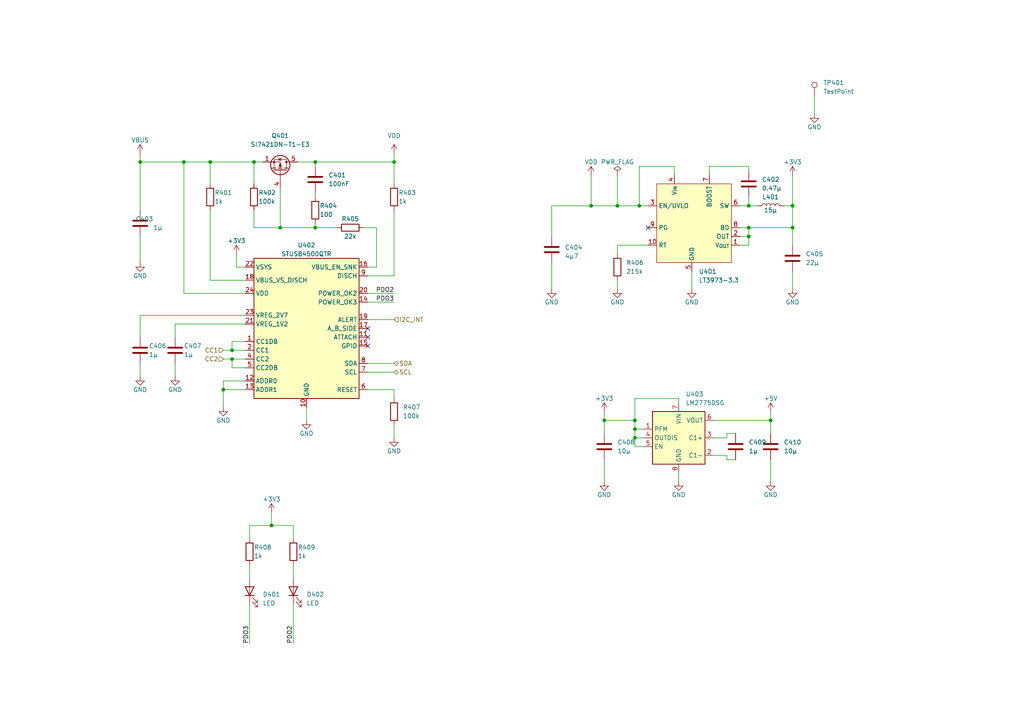
<source format=kicad_sch>
(kicad_sch
	(version 20231120)
	(generator "eeschema")
	(generator_version "8.0")
	(uuid "ad625a75-a945-448d-976c-d55427fceabf")
	(paper "A4")
	(title_block
		(title "Firewaterburn")
		(rev "0.2")
	)
	(lib_symbols
		(symbol "Connector:TestPoint"
			(pin_numbers hide)
			(pin_names
				(offset 0.762) hide)
			(exclude_from_sim no)
			(in_bom yes)
			(on_board yes)
			(property "Reference" "TP"
				(at 0 6.858 0)
				(effects
					(font
						(size 1.27 1.27)
					)
				)
			)
			(property "Value" "TestPoint"
				(at 0 5.08 0)
				(effects
					(font
						(size 1.27 1.27)
					)
				)
			)
			(property "Footprint" ""
				(at 5.08 0 0)
				(effects
					(font
						(size 1.27 1.27)
					)
					(hide yes)
				)
			)
			(property "Datasheet" "~"
				(at 5.08 0 0)
				(effects
					(font
						(size 1.27 1.27)
					)
					(hide yes)
				)
			)
			(property "Description" "test point"
				(at 0 0 0)
				(effects
					(font
						(size 1.27 1.27)
					)
					(hide yes)
				)
			)
			(property "ki_keywords" "test point tp"
				(at 0 0 0)
				(effects
					(font
						(size 1.27 1.27)
					)
					(hide yes)
				)
			)
			(property "ki_fp_filters" "Pin* Test*"
				(at 0 0 0)
				(effects
					(font
						(size 1.27 1.27)
					)
					(hide yes)
				)
			)
			(symbol "TestPoint_0_1"
				(circle
					(center 0 3.302)
					(radius 0.762)
					(stroke
						(width 0)
						(type default)
					)
					(fill
						(type none)
					)
				)
			)
			(symbol "TestPoint_1_1"
				(pin passive line
					(at 0 0 90)
					(length 2.54)
					(name "1"
						(effects
							(font
								(size 1.27 1.27)
							)
						)
					)
					(number "1"
						(effects
							(font
								(size 1.27 1.27)
							)
						)
					)
				)
			)
		)
		(symbol "Device:C"
			(pin_numbers hide)
			(pin_names
				(offset 0.254)
			)
			(exclude_from_sim no)
			(in_bom yes)
			(on_board yes)
			(property "Reference" "C"
				(at 0.635 2.54 0)
				(effects
					(font
						(size 1.27 1.27)
					)
					(justify left)
				)
			)
			(property "Value" "C"
				(at 0.635 -2.54 0)
				(effects
					(font
						(size 1.27 1.27)
					)
					(justify left)
				)
			)
			(property "Footprint" ""
				(at 0.9652 -3.81 0)
				(effects
					(font
						(size 1.27 1.27)
					)
					(hide yes)
				)
			)
			(property "Datasheet" "~"
				(at 0 0 0)
				(effects
					(font
						(size 1.27 1.27)
					)
					(hide yes)
				)
			)
			(property "Description" "Unpolarized capacitor"
				(at 0 0 0)
				(effects
					(font
						(size 1.27 1.27)
					)
					(hide yes)
				)
			)
			(property "ki_keywords" "cap capacitor"
				(at 0 0 0)
				(effects
					(font
						(size 1.27 1.27)
					)
					(hide yes)
				)
			)
			(property "ki_fp_filters" "C_*"
				(at 0 0 0)
				(effects
					(font
						(size 1.27 1.27)
					)
					(hide yes)
				)
			)
			(symbol "C_0_1"
				(polyline
					(pts
						(xy -2.032 -0.762) (xy 2.032 -0.762)
					)
					(stroke
						(width 0.508)
						(type default)
					)
					(fill
						(type none)
					)
				)
				(polyline
					(pts
						(xy -2.032 0.762) (xy 2.032 0.762)
					)
					(stroke
						(width 0.508)
						(type default)
					)
					(fill
						(type none)
					)
				)
			)
			(symbol "C_1_1"
				(pin passive line
					(at 0 3.81 270)
					(length 2.794)
					(name "~"
						(effects
							(font
								(size 1.27 1.27)
							)
						)
					)
					(number "1"
						(effects
							(font
								(size 1.27 1.27)
							)
						)
					)
				)
				(pin passive line
					(at 0 -3.81 90)
					(length 2.794)
					(name "~"
						(effects
							(font
								(size 1.27 1.27)
							)
						)
					)
					(number "2"
						(effects
							(font
								(size 1.27 1.27)
							)
						)
					)
				)
			)
		)
		(symbol "Device:L"
			(pin_numbers hide)
			(pin_names
				(offset 1.016) hide)
			(exclude_from_sim no)
			(in_bom yes)
			(on_board yes)
			(property "Reference" "L"
				(at -1.27 0 90)
				(effects
					(font
						(size 1.27 1.27)
					)
				)
			)
			(property "Value" "L"
				(at 1.905 0 90)
				(effects
					(font
						(size 1.27 1.27)
					)
				)
			)
			(property "Footprint" ""
				(at 0 0 0)
				(effects
					(font
						(size 1.27 1.27)
					)
					(hide yes)
				)
			)
			(property "Datasheet" "~"
				(at 0 0 0)
				(effects
					(font
						(size 1.27 1.27)
					)
					(hide yes)
				)
			)
			(property "Description" "Inductor"
				(at 0 0 0)
				(effects
					(font
						(size 1.27 1.27)
					)
					(hide yes)
				)
			)
			(property "ki_keywords" "inductor choke coil reactor magnetic"
				(at 0 0 0)
				(effects
					(font
						(size 1.27 1.27)
					)
					(hide yes)
				)
			)
			(property "ki_fp_filters" "Choke_* *Coil* Inductor_* L_*"
				(at 0 0 0)
				(effects
					(font
						(size 1.27 1.27)
					)
					(hide yes)
				)
			)
			(symbol "L_0_1"
				(arc
					(start 0 -2.54)
					(mid 0.6323 -1.905)
					(end 0 -1.27)
					(stroke
						(width 0)
						(type default)
					)
					(fill
						(type none)
					)
				)
				(arc
					(start 0 -1.27)
					(mid 0.6323 -0.635)
					(end 0 0)
					(stroke
						(width 0)
						(type default)
					)
					(fill
						(type none)
					)
				)
				(arc
					(start 0 0)
					(mid 0.6323 0.635)
					(end 0 1.27)
					(stroke
						(width 0)
						(type default)
					)
					(fill
						(type none)
					)
				)
				(arc
					(start 0 1.27)
					(mid 0.6323 1.905)
					(end 0 2.54)
					(stroke
						(width 0)
						(type default)
					)
					(fill
						(type none)
					)
				)
			)
			(symbol "L_1_1"
				(pin passive line
					(at 0 3.81 270)
					(length 1.27)
					(name "1"
						(effects
							(font
								(size 1.27 1.27)
							)
						)
					)
					(number "1"
						(effects
							(font
								(size 1.27 1.27)
							)
						)
					)
				)
				(pin passive line
					(at 0 -3.81 90)
					(length 1.27)
					(name "2"
						(effects
							(font
								(size 1.27 1.27)
							)
						)
					)
					(number "2"
						(effects
							(font
								(size 1.27 1.27)
							)
						)
					)
				)
			)
		)
		(symbol "Device:LED"
			(pin_numbers hide)
			(pin_names
				(offset 1.016) hide)
			(exclude_from_sim no)
			(in_bom yes)
			(on_board yes)
			(property "Reference" "D"
				(at 0 2.54 0)
				(effects
					(font
						(size 1.27 1.27)
					)
				)
			)
			(property "Value" "LED"
				(at 0 -2.54 0)
				(effects
					(font
						(size 1.27 1.27)
					)
				)
			)
			(property "Footprint" ""
				(at 0 0 0)
				(effects
					(font
						(size 1.27 1.27)
					)
					(hide yes)
				)
			)
			(property "Datasheet" "~"
				(at 0 0 0)
				(effects
					(font
						(size 1.27 1.27)
					)
					(hide yes)
				)
			)
			(property "Description" "Light emitting diode"
				(at 0 0 0)
				(effects
					(font
						(size 1.27 1.27)
					)
					(hide yes)
				)
			)
			(property "ki_keywords" "LED diode"
				(at 0 0 0)
				(effects
					(font
						(size 1.27 1.27)
					)
					(hide yes)
				)
			)
			(property "ki_fp_filters" "LED* LED_SMD:* LED_THT:*"
				(at 0 0 0)
				(effects
					(font
						(size 1.27 1.27)
					)
					(hide yes)
				)
			)
			(symbol "LED_0_1"
				(polyline
					(pts
						(xy -1.27 -1.27) (xy -1.27 1.27)
					)
					(stroke
						(width 0.254)
						(type default)
					)
					(fill
						(type none)
					)
				)
				(polyline
					(pts
						(xy -1.27 0) (xy 1.27 0)
					)
					(stroke
						(width 0)
						(type default)
					)
					(fill
						(type none)
					)
				)
				(polyline
					(pts
						(xy 1.27 -1.27) (xy 1.27 1.27) (xy -1.27 0) (xy 1.27 -1.27)
					)
					(stroke
						(width 0.254)
						(type default)
					)
					(fill
						(type none)
					)
				)
				(polyline
					(pts
						(xy -3.048 -0.762) (xy -4.572 -2.286) (xy -3.81 -2.286) (xy -4.572 -2.286) (xy -4.572 -1.524)
					)
					(stroke
						(width 0)
						(type default)
					)
					(fill
						(type none)
					)
				)
				(polyline
					(pts
						(xy -1.778 -0.762) (xy -3.302 -2.286) (xy -2.54 -2.286) (xy -3.302 -2.286) (xy -3.302 -1.524)
					)
					(stroke
						(width 0)
						(type default)
					)
					(fill
						(type none)
					)
				)
			)
			(symbol "LED_1_1"
				(pin passive line
					(at -3.81 0 0)
					(length 2.54)
					(name "K"
						(effects
							(font
								(size 1.27 1.27)
							)
						)
					)
					(number "1"
						(effects
							(font
								(size 1.27 1.27)
							)
						)
					)
				)
				(pin passive line
					(at 3.81 0 180)
					(length 2.54)
					(name "A"
						(effects
							(font
								(size 1.27 1.27)
							)
						)
					)
					(number "2"
						(effects
							(font
								(size 1.27 1.27)
							)
						)
					)
				)
			)
		)
		(symbol "Device:R"
			(pin_numbers hide)
			(pin_names
				(offset 0)
			)
			(exclude_from_sim no)
			(in_bom yes)
			(on_board yes)
			(property "Reference" "R"
				(at 2.032 0 90)
				(effects
					(font
						(size 1.27 1.27)
					)
				)
			)
			(property "Value" "R"
				(at 0 0 90)
				(effects
					(font
						(size 1.27 1.27)
					)
				)
			)
			(property "Footprint" ""
				(at -1.778 0 90)
				(effects
					(font
						(size 1.27 1.27)
					)
					(hide yes)
				)
			)
			(property "Datasheet" "~"
				(at 0 0 0)
				(effects
					(font
						(size 1.27 1.27)
					)
					(hide yes)
				)
			)
			(property "Description" "Resistor"
				(at 0 0 0)
				(effects
					(font
						(size 1.27 1.27)
					)
					(hide yes)
				)
			)
			(property "ki_keywords" "R res resistor"
				(at 0 0 0)
				(effects
					(font
						(size 1.27 1.27)
					)
					(hide yes)
				)
			)
			(property "ki_fp_filters" "R_*"
				(at 0 0 0)
				(effects
					(font
						(size 1.27 1.27)
					)
					(hide yes)
				)
			)
			(symbol "R_0_1"
				(rectangle
					(start -1.016 -2.54)
					(end 1.016 2.54)
					(stroke
						(width 0.254)
						(type default)
					)
					(fill
						(type none)
					)
				)
			)
			(symbol "R_1_1"
				(pin passive line
					(at 0 3.81 270)
					(length 1.27)
					(name "~"
						(effects
							(font
								(size 1.27 1.27)
							)
						)
					)
					(number "1"
						(effects
							(font
								(size 1.27 1.27)
							)
						)
					)
				)
				(pin passive line
					(at 0 -3.81 90)
					(length 1.27)
					(name "~"
						(effects
							(font
								(size 1.27 1.27)
							)
						)
					)
					(number "2"
						(effects
							(font
								(size 1.27 1.27)
							)
						)
					)
				)
			)
		)
		(symbol "Regulator_SwitchedCapacitor:LM2775DSG"
			(exclude_from_sim no)
			(in_bom yes)
			(on_board yes)
			(property "Reference" "U"
				(at -7.62 8.89 0)
				(effects
					(font
						(size 1.27 1.27)
					)
				)
			)
			(property "Value" "LM2775DSG"
				(at 6.35 8.89 0)
				(effects
					(font
						(size 1.27 1.27)
					)
				)
			)
			(property "Footprint" "Package_SON:WSON-8-1EP_2x2mm_P0.5mm_EP0.9x1.6mm_ThermalVias"
				(at 0 0 0)
				(effects
					(font
						(size 1.27 1.27)
					)
					(hide yes)
				)
			)
			(property "Datasheet" "https://www.ti.com/lit/gpn/lm2775"
				(at 0 0 0)
				(effects
					(font
						(size 1.27 1.27)
					)
					(hide yes)
				)
			)
			(property "Description" "5V charge pump, 200mA, WSON-8"
				(at 0 0 0)
				(effects
					(font
						(size 1.27 1.27)
					)
					(hide yes)
				)
			)
			(property "ki_keywords" "Charge pump inductorless"
				(at 0 0 0)
				(effects
					(font
						(size 1.27 1.27)
					)
					(hide yes)
				)
			)
			(property "ki_fp_filters" "WSON*1EP*2x2mm*P0.5mm*"
				(at 0 0 0)
				(effects
					(font
						(size 1.27 1.27)
					)
					(hide yes)
				)
			)
			(symbol "LM2775DSG_0_1"
				(rectangle
					(start -7.62 7.62)
					(end 7.62 -7.62)
					(stroke
						(width 0.254)
						(type default)
					)
					(fill
						(type background)
					)
				)
			)
			(symbol "LM2775DSG_1_1"
				(pin input line
					(at -10.16 2.54 0)
					(length 2.54)
					(name "PFM"
						(effects
							(font
								(size 1.27 1.27)
							)
						)
					)
					(number "1"
						(effects
							(font
								(size 1.27 1.27)
							)
						)
					)
				)
				(pin passive line
					(at 10.16 -5.08 180)
					(length 2.54)
					(name "C1-"
						(effects
							(font
								(size 1.27 1.27)
							)
						)
					)
					(number "2"
						(effects
							(font
								(size 1.27 1.27)
							)
						)
					)
				)
				(pin passive line
					(at 10.16 0 180)
					(length 2.54)
					(name "C1+"
						(effects
							(font
								(size 1.27 1.27)
							)
						)
					)
					(number "3"
						(effects
							(font
								(size 1.27 1.27)
							)
						)
					)
				)
				(pin input line
					(at -10.16 0 0)
					(length 2.54)
					(name "OUTDIS"
						(effects
							(font
								(size 1.27 1.27)
							)
						)
					)
					(number "4"
						(effects
							(font
								(size 1.27 1.27)
							)
						)
					)
				)
				(pin input line
					(at -10.16 -2.54 0)
					(length 2.54)
					(name "EN"
						(effects
							(font
								(size 1.27 1.27)
							)
						)
					)
					(number "5"
						(effects
							(font
								(size 1.27 1.27)
							)
						)
					)
				)
				(pin power_out line
					(at 10.16 5.08 180)
					(length 2.54)
					(name "VOUT"
						(effects
							(font
								(size 1.27 1.27)
							)
						)
					)
					(number "6"
						(effects
							(font
								(size 1.27 1.27)
							)
						)
					)
				)
				(pin power_in line
					(at 0 10.16 270)
					(length 2.54)
					(name "VIN"
						(effects
							(font
								(size 1.27 1.27)
							)
						)
					)
					(number "7"
						(effects
							(font
								(size 1.27 1.27)
							)
						)
					)
				)
				(pin power_in line
					(at 0 -10.16 90)
					(length 2.54)
					(name "GND"
						(effects
							(font
								(size 1.27 1.27)
							)
						)
					)
					(number "8"
						(effects
							(font
								(size 1.27 1.27)
							)
						)
					)
				)
				(pin passive line
					(at 0 -10.16 90)
					(length 2.54) hide
					(name "GND"
						(effects
							(font
								(size 1.27 1.27)
							)
						)
					)
					(number "9"
						(effects
							(font
								(size 1.27 1.27)
							)
						)
					)
				)
			)
		)
		(symbol "mylib_ic:LT3973-3.3"
			(exclude_from_sim no)
			(in_bom yes)
			(on_board yes)
			(property "Reference" "U"
				(at 0 12.7 0)
				(effects
					(font
						(size 1.27 1.27)
					)
				)
			)
			(property "Value" "LT3973-3.3"
				(at 6.35 -12.7 0)
				(effects
					(font
						(size 1.27 1.27)
					)
				)
			)
			(property "Footprint" "Package_DFN_QFN:DFN-10-1EP_3x3mm_P0.5mm_EP1.65x2.38mm_ThermalVias"
				(at -5.08 1.27 0)
				(effects
					(font
						(size 1.27 1.27)
					)
					(hide yes)
				)
			)
			(property "Datasheet" ""
				(at -5.08 1.27 0)
				(effects
					(font
						(size 1.27 1.27)
					)
					(hide yes)
				)
			)
			(property "Description" ""
				(at 0 0 0)
				(effects
					(font
						(size 1.27 1.27)
					)
					(hide yes)
				)
			)
			(symbol "LT3973-3.3_0_1"
				(rectangle
					(start -10.16 11.43)
					(end 11.43 -11.43)
					(stroke
						(width 0)
						(type default)
					)
					(fill
						(type background)
					)
				)
			)
			(symbol "LT3973-3.3_1_1"
				(pin input line
					(at 13.97 -6.35 180)
					(length 2.54)
					(name "V_{OUT}"
						(effects
							(font
								(size 1.27 1.27)
							)
						)
					)
					(number "1"
						(effects
							(font
								(size 1.27 1.27)
							)
						)
					)
				)
				(pin input line
					(at -12.7 -6.35 0)
					(length 2.54)
					(name "RT"
						(effects
							(font
								(size 1.27 1.27)
							)
						)
					)
					(number "10"
						(effects
							(font
								(size 1.27 1.27)
							)
						)
					)
				)
				(pin power_in line
					(at 0 -13.97 90)
					(length 2.54) hide
					(name "GND"
						(effects
							(font
								(size 1.27 1.27)
							)
						)
					)
					(number "11"
						(effects
							(font
								(size 1.27 1.27)
							)
						)
					)
				)
				(pin input line
					(at 13.97 -3.81 180)
					(length 2.54)
					(name "OUT"
						(effects
							(font
								(size 1.27 1.27)
							)
						)
					)
					(number "2"
						(effects
							(font
								(size 1.27 1.27)
							)
						)
					)
				)
				(pin input line
					(at -12.7 5.08 0)
					(length 2.54)
					(name "EN/UVLO"
						(effects
							(font
								(size 1.27 1.27)
							)
						)
					)
					(number "3"
						(effects
							(font
								(size 1.27 1.27)
							)
						)
					)
				)
				(pin input line
					(at -5.08 13.97 270)
					(length 2.54)
					(name "V_{IN}"
						(effects
							(font
								(size 1.27 1.27)
							)
						)
					)
					(number "4"
						(effects
							(font
								(size 1.27 1.27)
							)
						)
					)
				)
				(pin power_in line
					(at 0 -13.97 90)
					(length 2.54)
					(name "GND"
						(effects
							(font
								(size 1.27 1.27)
							)
						)
					)
					(number "5"
						(effects
							(font
								(size 1.27 1.27)
							)
						)
					)
				)
				(pin input line
					(at 13.97 5.08 180)
					(length 2.54)
					(name "SW"
						(effects
							(font
								(size 1.27 1.27)
							)
						)
					)
					(number "6"
						(effects
							(font
								(size 1.27 1.27)
							)
						)
					)
				)
				(pin input line
					(at 5.08 13.97 270)
					(length 2.54)
					(name "BOOST"
						(effects
							(font
								(size 1.27 1.27)
							)
						)
					)
					(number "7"
						(effects
							(font
								(size 1.27 1.27)
							)
						)
					)
				)
				(pin input line
					(at 13.97 -1.27 180)
					(length 2.54)
					(name "BD"
						(effects
							(font
								(size 1.27 1.27)
							)
						)
					)
					(number "8"
						(effects
							(font
								(size 1.27 1.27)
							)
						)
					)
				)
				(pin input line
					(at -12.7 -1.27 0)
					(length 2.54)
					(name "PG"
						(effects
							(font
								(size 1.27 1.27)
							)
						)
					)
					(number "9"
						(effects
							(font
								(size 1.27 1.27)
							)
						)
					)
				)
			)
		)
		(symbol "mylib_ic:SI7421DN-T1-E3"
			(pin_names
				(offset 0) hide)
			(exclude_from_sim no)
			(in_bom yes)
			(on_board yes)
			(property "Reference" "Q"
				(at 5.08 1.27 0)
				(effects
					(font
						(size 1.27 1.27)
					)
					(justify left)
				)
			)
			(property "Value" "SI7421DN-T1-E3"
				(at 5.08 -1.27 0)
				(effects
					(font
						(size 1.27 1.27)
					)
					(justify left)
				)
			)
			(property "Footprint" "Package_SO:Vishay_PowerPAK_1212-8_Single"
				(at 5.08 2.54 0)
				(effects
					(font
						(size 1.27 1.27)
					)
					(hide yes)
				)
			)
			(property "Datasheet" "~"
				(at 0 0 0)
				(effects
					(font
						(size 1.27 1.27)
					)
					(hide yes)
				)
			)
			(property "Description" "P-MOSFET transistor, drain/gate/source"
				(at 0 0 0)
				(effects
					(font
						(size 1.27 1.27)
					)
					(hide yes)
				)
			)
			(property "ki_keywords" "transistor PMOS P-MOS P-MOSFET"
				(at 0 0 0)
				(effects
					(font
						(size 1.27 1.27)
					)
					(hide yes)
				)
			)
			(symbol "SI7421DN-T1-E3_0_1"
				(polyline
					(pts
						(xy 0.254 0) (xy -2.54 0)
					)
					(stroke
						(width 0)
						(type default)
					)
					(fill
						(type none)
					)
				)
				(polyline
					(pts
						(xy 0.254 1.905) (xy 0.254 -1.905)
					)
					(stroke
						(width 0.254)
						(type default)
					)
					(fill
						(type none)
					)
				)
				(polyline
					(pts
						(xy 0.762 -1.27) (xy 0.762 -2.286)
					)
					(stroke
						(width 0.254)
						(type default)
					)
					(fill
						(type none)
					)
				)
				(polyline
					(pts
						(xy 0.762 0.508) (xy 0.762 -0.508)
					)
					(stroke
						(width 0.254)
						(type default)
					)
					(fill
						(type none)
					)
				)
				(polyline
					(pts
						(xy 0.762 2.286) (xy 0.762 1.27)
					)
					(stroke
						(width 0.254)
						(type default)
					)
					(fill
						(type none)
					)
				)
				(polyline
					(pts
						(xy 2.54 2.54) (xy 2.54 1.778)
					)
					(stroke
						(width 0)
						(type default)
					)
					(fill
						(type none)
					)
				)
				(polyline
					(pts
						(xy 2.54 -2.54) (xy 2.54 0) (xy 0.762 0)
					)
					(stroke
						(width 0)
						(type default)
					)
					(fill
						(type none)
					)
				)
				(polyline
					(pts
						(xy 0.762 1.778) (xy 3.302 1.778) (xy 3.302 -1.778) (xy 0.762 -1.778)
					)
					(stroke
						(width 0)
						(type default)
					)
					(fill
						(type none)
					)
				)
				(polyline
					(pts
						(xy 2.286 0) (xy 1.27 0.381) (xy 1.27 -0.381) (xy 2.286 0)
					)
					(stroke
						(width 0)
						(type default)
					)
					(fill
						(type outline)
					)
				)
				(polyline
					(pts
						(xy 2.794 -0.508) (xy 2.921 -0.381) (xy 3.683 -0.381) (xy 3.81 -0.254)
					)
					(stroke
						(width 0)
						(type default)
					)
					(fill
						(type none)
					)
				)
				(polyline
					(pts
						(xy 3.302 -0.381) (xy 2.921 0.254) (xy 3.683 0.254) (xy 3.302 -0.381)
					)
					(stroke
						(width 0)
						(type default)
					)
					(fill
						(type none)
					)
				)
				(circle
					(center 1.651 0)
					(radius 2.794)
					(stroke
						(width 0.254)
						(type default)
					)
					(fill
						(type none)
					)
				)
				(circle
					(center 2.54 -1.778)
					(radius 0.254)
					(stroke
						(width 0)
						(type default)
					)
					(fill
						(type outline)
					)
				)
				(circle
					(center 2.54 1.778)
					(radius 0.254)
					(stroke
						(width 0)
						(type default)
					)
					(fill
						(type outline)
					)
				)
			)
			(symbol "SI7421DN-T1-E3_1_1"
				(pin passive line
					(at 2.54 -5.08 90)
					(length 2.54)
					(name "S"
						(effects
							(font
								(size 1.27 1.27)
							)
						)
					)
					(number "1"
						(effects
							(font
								(size 1.27 1.27)
							)
						)
					)
				)
				(pin passive line
					(at 2.54 -5.08 90)
					(length 2.54) hide
					(name "S"
						(effects
							(font
								(size 1.27 1.27)
							)
						)
					)
					(number "2"
						(effects
							(font
								(size 1.27 1.27)
							)
						)
					)
				)
				(pin passive line
					(at 2.54 -5.08 90)
					(length 2.54) hide
					(name "S"
						(effects
							(font
								(size 1.27 1.27)
							)
						)
					)
					(number "3"
						(effects
							(font
								(size 1.27 1.27)
							)
						)
					)
				)
				(pin input line
					(at -5.08 0 0)
					(length 2.54)
					(name "G"
						(effects
							(font
								(size 1.27 1.27)
							)
						)
					)
					(number "4"
						(effects
							(font
								(size 1.27 1.27)
							)
						)
					)
				)
				(pin passive line
					(at 2.54 5.08 270)
					(length 2.54)
					(name "D"
						(effects
							(font
								(size 1.27 1.27)
							)
						)
					)
					(number "5"
						(effects
							(font
								(size 1.27 1.27)
							)
						)
					)
				)
			)
		)
		(symbol "mylib_ic:STUSB4500QTR"
			(exclude_from_sim no)
			(in_bom yes)
			(on_board yes)
			(property "Reference" "U2"
				(at 2.0194 -23.495 0)
				(effects
					(font
						(size 1.27 1.27)
					)
					(justify left)
				)
			)
			(property "Value" "STUSB4500QTR"
				(at 2.0194 -26.035 0)
				(effects
					(font
						(size 1.27 1.27)
					)
					(justify left)
				)
			)
			(property "Footprint" "Package_DFN_QFN:QFN-24-1EP_4x4mm_P0.5mm_EP2.7x2.7mm"
				(at 0 0 0)
				(effects
					(font
						(size 1.27 1.27)
					)
					(hide yes)
				)
			)
			(property "Datasheet" "https://www.st.com/resource/en/datasheet/stusb4500.pdf"
				(at 0 0 0)
				(effects
					(font
						(size 1.27 1.27)
					)
					(hide yes)
				)
			)
			(property "Description" "Stand-alone USB PD controller (with sink Auto-run mode), QFN-24"
				(at 0 0 0)
				(effects
					(font
						(size 1.27 1.27)
					)
					(hide yes)
				)
			)
			(property "ki_keywords" "USB PD Type C Sink"
				(at 0 0 0)
				(effects
					(font
						(size 1.27 1.27)
					)
					(hide yes)
				)
			)
			(property "ki_fp_filters" "QFN*4x4mm*P0.5mm*"
				(at 0 0 0)
				(effects
					(font
						(size 1.27 1.27)
					)
					(hide yes)
				)
			)
			(symbol "STUSB4500QTR_0_1"
				(rectangle
					(start -15.24 20.32)
					(end 15.24 -20.32)
					(stroke
						(width 0.254)
						(type default)
					)
					(fill
						(type background)
					)
				)
			)
			(symbol "STUSB4500QTR_1_1"
				(pin bidirectional line
					(at -17.78 -3.81 0)
					(length 2.54)
					(name "CC1DB"
						(effects
							(font
								(size 1.27 1.27)
							)
						)
					)
					(number "1"
						(effects
							(font
								(size 1.27 1.27)
							)
						)
					)
				)
				(pin power_in line
					(at 0 -22.86 90)
					(length 2.54)
					(name "GND"
						(effects
							(font
								(size 1.27 1.27)
							)
						)
					)
					(number "10"
						(effects
							(font
								(size 1.27 1.27)
							)
						)
					)
				)
				(pin open_collector line
					(at 17.78 -2.54 180)
					(length 2.54)
					(name "ATTACH"
						(effects
							(font
								(size 1.27 1.27)
							)
						)
					)
					(number "11"
						(effects
							(font
								(size 1.27 1.27)
							)
						)
					)
				)
				(pin input line
					(at -17.78 -15.24 0)
					(length 2.54)
					(name "ADDR0"
						(effects
							(font
								(size 1.27 1.27)
							)
						)
					)
					(number "12"
						(effects
							(font
								(size 1.27 1.27)
							)
						)
					)
				)
				(pin input line
					(at -17.78 -17.78 0)
					(length 2.54)
					(name "ADDR1"
						(effects
							(font
								(size 1.27 1.27)
							)
						)
					)
					(number "13"
						(effects
							(font
								(size 1.27 1.27)
							)
						)
					)
				)
				(pin open_collector line
					(at 17.78 7.62 180)
					(length 2.54)
					(name "POWER_OK3"
						(effects
							(font
								(size 1.27 1.27)
							)
						)
					)
					(number "14"
						(effects
							(font
								(size 1.27 1.27)
							)
						)
					)
				)
				(pin open_collector line
					(at 17.78 -5.08 180)
					(length 2.54)
					(name "GPIO"
						(effects
							(font
								(size 1.27 1.27)
							)
						)
					)
					(number "15"
						(effects
							(font
								(size 1.27 1.27)
							)
						)
					)
				)
				(pin open_collector line
					(at 17.78 17.78 180)
					(length 2.54)
					(name "VBUS_EN_SNK"
						(effects
							(font
								(size 1.27 1.27)
							)
						)
					)
					(number "16"
						(effects
							(font
								(size 1.27 1.27)
							)
						)
					)
				)
				(pin open_collector line
					(at 17.78 0 180)
					(length 2.54)
					(name "A_B_SIDE"
						(effects
							(font
								(size 1.27 1.27)
							)
						)
					)
					(number "17"
						(effects
							(font
								(size 1.27 1.27)
							)
						)
					)
				)
				(pin input line
					(at -17.78 13.97 0)
					(length 2.54)
					(name "VBUS_VS_DISCH"
						(effects
							(font
								(size 1.27 1.27)
							)
						)
					)
					(number "18"
						(effects
							(font
								(size 1.27 1.27)
							)
						)
					)
				)
				(pin open_collector line
					(at 17.78 2.54 180)
					(length 2.54)
					(name "ALERT"
						(effects
							(font
								(size 1.27 1.27)
							)
						)
					)
					(number "19"
						(effects
							(font
								(size 1.27 1.27)
							)
						)
					)
				)
				(pin bidirectional line
					(at -17.78 -6.35 0)
					(length 2.54)
					(name "CC1"
						(effects
							(font
								(size 1.27 1.27)
							)
						)
					)
					(number "2"
						(effects
							(font
								(size 1.27 1.27)
							)
						)
					)
				)
				(pin open_collector line
					(at 17.78 10.16 180)
					(length 2.54)
					(name "POWER_OK2"
						(effects
							(font
								(size 1.27 1.27)
							)
						)
					)
					(number "20"
						(effects
							(font
								(size 1.27 1.27)
							)
						)
					)
				)
				(pin power_out line
					(at -17.78 1.27 0)
					(length 2.54)
					(name "VREG_1V2"
						(effects
							(font
								(size 1.27 1.27)
							)
						)
					)
					(number "21"
						(effects
							(font
								(size 1.27 1.27)
							)
						)
					)
				)
				(pin power_in line
					(at -17.78 17.78 0)
					(length 2.54)
					(name "VSYS"
						(effects
							(font
								(size 1.27 1.27)
							)
						)
					)
					(number "22"
						(effects
							(font
								(size 1.27 1.27)
							)
						)
					)
				)
				(pin power_out line
					(at -17.78 3.81 0)
					(length 2.54)
					(name "VREG_2V7"
						(effects
							(font
								(size 1.27 1.27)
							)
						)
					)
					(number "23"
						(effects
							(font
								(size 1.27 1.27)
							)
						)
					)
				)
				(pin power_in line
					(at -17.78 10.16 0)
					(length 2.54)
					(name "VDD"
						(effects
							(font
								(size 1.27 1.27)
							)
						)
					)
					(number "24"
						(effects
							(font
								(size 1.27 1.27)
							)
						)
					)
				)
				(pin passive line
					(at 0 -22.86 90)
					(length 2.54) hide
					(name "GND"
						(effects
							(font
								(size 1.27 1.27)
							)
						)
					)
					(number "25"
						(effects
							(font
								(size 1.27 1.27)
							)
						)
					)
				)
				(pin no_connect line
					(at -15.24 15.24 0)
					(length 2.54) hide
					(name "NC"
						(effects
							(font
								(size 1.27 1.27)
							)
						)
					)
					(number "3"
						(effects
							(font
								(size 1.27 1.27)
							)
						)
					)
				)
				(pin bidirectional line
					(at -17.78 -8.89 0)
					(length 2.54)
					(name "CC2"
						(effects
							(font
								(size 1.27 1.27)
							)
						)
					)
					(number "4"
						(effects
							(font
								(size 1.27 1.27)
							)
						)
					)
				)
				(pin bidirectional line
					(at -17.78 -11.43 0)
					(length 2.54)
					(name "CC2DB"
						(effects
							(font
								(size 1.27 1.27)
							)
						)
					)
					(number "5"
						(effects
							(font
								(size 1.27 1.27)
							)
						)
					)
				)
				(pin input line
					(at 17.78 -17.78 180)
					(length 2.54)
					(name "RESET"
						(effects
							(font
								(size 1.27 1.27)
							)
						)
					)
					(number "6"
						(effects
							(font
								(size 1.27 1.27)
							)
						)
					)
				)
				(pin input line
					(at 17.78 -12.7 180)
					(length 2.54)
					(name "SCL"
						(effects
							(font
								(size 1.27 1.27)
							)
						)
					)
					(number "7"
						(effects
							(font
								(size 1.27 1.27)
							)
						)
					)
				)
				(pin bidirectional line
					(at 17.78 -10.16 180)
					(length 2.54)
					(name "SDA"
						(effects
							(font
								(size 1.27 1.27)
							)
						)
					)
					(number "8"
						(effects
							(font
								(size 1.27 1.27)
							)
						)
					)
				)
				(pin bidirectional line
					(at 17.78 15.24 180)
					(length 2.54)
					(name "DISCH"
						(effects
							(font
								(size 1.27 1.27)
							)
						)
					)
					(number "9"
						(effects
							(font
								(size 1.27 1.27)
							)
						)
					)
				)
			)
		)
		(symbol "power:+3V3"
			(power)
			(pin_names
				(offset 0)
			)
			(exclude_from_sim no)
			(in_bom yes)
			(on_board yes)
			(property "Reference" "#PWR"
				(at 0 -3.81 0)
				(effects
					(font
						(size 1.27 1.27)
					)
					(hide yes)
				)
			)
			(property "Value" "+3V3"
				(at 0 3.556 0)
				(effects
					(font
						(size 1.27 1.27)
					)
				)
			)
			(property "Footprint" ""
				(at 0 0 0)
				(effects
					(font
						(size 1.27 1.27)
					)
					(hide yes)
				)
			)
			(property "Datasheet" ""
				(at 0 0 0)
				(effects
					(font
						(size 1.27 1.27)
					)
					(hide yes)
				)
			)
			(property "Description" "Power symbol creates a global label with name \"+3V3\""
				(at 0 0 0)
				(effects
					(font
						(size 1.27 1.27)
					)
					(hide yes)
				)
			)
			(property "ki_keywords" "global power"
				(at 0 0 0)
				(effects
					(font
						(size 1.27 1.27)
					)
					(hide yes)
				)
			)
			(symbol "+3V3_0_1"
				(polyline
					(pts
						(xy -0.762 1.27) (xy 0 2.54)
					)
					(stroke
						(width 0)
						(type default)
					)
					(fill
						(type none)
					)
				)
				(polyline
					(pts
						(xy 0 0) (xy 0 2.54)
					)
					(stroke
						(width 0)
						(type default)
					)
					(fill
						(type none)
					)
				)
				(polyline
					(pts
						(xy 0 2.54) (xy 0.762 1.27)
					)
					(stroke
						(width 0)
						(type default)
					)
					(fill
						(type none)
					)
				)
			)
			(symbol "+3V3_1_1"
				(pin power_in line
					(at 0 0 90)
					(length 0) hide
					(name "+3V3"
						(effects
							(font
								(size 1.27 1.27)
							)
						)
					)
					(number "1"
						(effects
							(font
								(size 1.27 1.27)
							)
						)
					)
				)
			)
		)
		(symbol "power:+5V"
			(power)
			(pin_names
				(offset 0)
			)
			(exclude_from_sim no)
			(in_bom yes)
			(on_board yes)
			(property "Reference" "#PWR"
				(at 0 -3.81 0)
				(effects
					(font
						(size 1.27 1.27)
					)
					(hide yes)
				)
			)
			(property "Value" "+5V"
				(at 0 3.556 0)
				(effects
					(font
						(size 1.27 1.27)
					)
				)
			)
			(property "Footprint" ""
				(at 0 0 0)
				(effects
					(font
						(size 1.27 1.27)
					)
					(hide yes)
				)
			)
			(property "Datasheet" ""
				(at 0 0 0)
				(effects
					(font
						(size 1.27 1.27)
					)
					(hide yes)
				)
			)
			(property "Description" "Power symbol creates a global label with name \"+5V\""
				(at 0 0 0)
				(effects
					(font
						(size 1.27 1.27)
					)
					(hide yes)
				)
			)
			(property "ki_keywords" "global power"
				(at 0 0 0)
				(effects
					(font
						(size 1.27 1.27)
					)
					(hide yes)
				)
			)
			(symbol "+5V_0_1"
				(polyline
					(pts
						(xy -0.762 1.27) (xy 0 2.54)
					)
					(stroke
						(width 0)
						(type default)
					)
					(fill
						(type none)
					)
				)
				(polyline
					(pts
						(xy 0 0) (xy 0 2.54)
					)
					(stroke
						(width 0)
						(type default)
					)
					(fill
						(type none)
					)
				)
				(polyline
					(pts
						(xy 0 2.54) (xy 0.762 1.27)
					)
					(stroke
						(width 0)
						(type default)
					)
					(fill
						(type none)
					)
				)
			)
			(symbol "+5V_1_1"
				(pin power_in line
					(at 0 0 90)
					(length 0) hide
					(name "+5V"
						(effects
							(font
								(size 1.27 1.27)
							)
						)
					)
					(number "1"
						(effects
							(font
								(size 1.27 1.27)
							)
						)
					)
				)
			)
		)
		(symbol "power:GND"
			(power)
			(pin_names
				(offset 0)
			)
			(exclude_from_sim no)
			(in_bom yes)
			(on_board yes)
			(property "Reference" "#PWR"
				(at 0 -6.35 0)
				(effects
					(font
						(size 1.27 1.27)
					)
					(hide yes)
				)
			)
			(property "Value" "GND"
				(at 0 -3.81 0)
				(effects
					(font
						(size 1.27 1.27)
					)
				)
			)
			(property "Footprint" ""
				(at 0 0 0)
				(effects
					(font
						(size 1.27 1.27)
					)
					(hide yes)
				)
			)
			(property "Datasheet" ""
				(at 0 0 0)
				(effects
					(font
						(size 1.27 1.27)
					)
					(hide yes)
				)
			)
			(property "Description" "Power symbol creates a global label with name \"GND\" , ground"
				(at 0 0 0)
				(effects
					(font
						(size 1.27 1.27)
					)
					(hide yes)
				)
			)
			(property "ki_keywords" "global power"
				(at 0 0 0)
				(effects
					(font
						(size 1.27 1.27)
					)
					(hide yes)
				)
			)
			(symbol "GND_0_1"
				(polyline
					(pts
						(xy 0 0) (xy 0 -1.27) (xy 1.27 -1.27) (xy 0 -2.54) (xy -1.27 -1.27) (xy 0 -1.27)
					)
					(stroke
						(width 0)
						(type default)
					)
					(fill
						(type none)
					)
				)
			)
			(symbol "GND_1_1"
				(pin power_in line
					(at 0 0 270)
					(length 0) hide
					(name "GND"
						(effects
							(font
								(size 1.27 1.27)
							)
						)
					)
					(number "1"
						(effects
							(font
								(size 1.27 1.27)
							)
						)
					)
				)
			)
		)
		(symbol "power:PWR_FLAG"
			(power)
			(pin_numbers hide)
			(pin_names
				(offset 0) hide)
			(exclude_from_sim no)
			(in_bom yes)
			(on_board yes)
			(property "Reference" "#FLG"
				(at 0 1.905 0)
				(effects
					(font
						(size 1.27 1.27)
					)
					(hide yes)
				)
			)
			(property "Value" "PWR_FLAG"
				(at 0 3.81 0)
				(effects
					(font
						(size 1.27 1.27)
					)
				)
			)
			(property "Footprint" ""
				(at 0 0 0)
				(effects
					(font
						(size 1.27 1.27)
					)
					(hide yes)
				)
			)
			(property "Datasheet" "~"
				(at 0 0 0)
				(effects
					(font
						(size 1.27 1.27)
					)
					(hide yes)
				)
			)
			(property "Description" "Special symbol for telling ERC where power comes from"
				(at 0 0 0)
				(effects
					(font
						(size 1.27 1.27)
					)
					(hide yes)
				)
			)
			(property "ki_keywords" "flag power"
				(at 0 0 0)
				(effects
					(font
						(size 1.27 1.27)
					)
					(hide yes)
				)
			)
			(symbol "PWR_FLAG_0_0"
				(pin power_out line
					(at 0 0 90)
					(length 0)
					(name "pwr"
						(effects
							(font
								(size 1.27 1.27)
							)
						)
					)
					(number "1"
						(effects
							(font
								(size 1.27 1.27)
							)
						)
					)
				)
			)
			(symbol "PWR_FLAG_0_1"
				(polyline
					(pts
						(xy 0 0) (xy 0 1.27) (xy -1.016 1.905) (xy 0 2.54) (xy 1.016 1.905) (xy 0 1.27)
					)
					(stroke
						(width 0)
						(type default)
					)
					(fill
						(type none)
					)
				)
			)
		)
		(symbol "power:VBUS"
			(power)
			(pin_names
				(offset 0)
			)
			(exclude_from_sim no)
			(in_bom yes)
			(on_board yes)
			(property "Reference" "#PWR"
				(at 0 -3.81 0)
				(effects
					(font
						(size 1.27 1.27)
					)
					(hide yes)
				)
			)
			(property "Value" "VBUS"
				(at 0 3.81 0)
				(effects
					(font
						(size 1.27 1.27)
					)
				)
			)
			(property "Footprint" ""
				(at 0 0 0)
				(effects
					(font
						(size 1.27 1.27)
					)
					(hide yes)
				)
			)
			(property "Datasheet" ""
				(at 0 0 0)
				(effects
					(font
						(size 1.27 1.27)
					)
					(hide yes)
				)
			)
			(property "Description" "Power symbol creates a global label with name \"VBUS\""
				(at 0 0 0)
				(effects
					(font
						(size 1.27 1.27)
					)
					(hide yes)
				)
			)
			(property "ki_keywords" "global power"
				(at 0 0 0)
				(effects
					(font
						(size 1.27 1.27)
					)
					(hide yes)
				)
			)
			(symbol "VBUS_0_1"
				(polyline
					(pts
						(xy -0.762 1.27) (xy 0 2.54)
					)
					(stroke
						(width 0)
						(type default)
					)
					(fill
						(type none)
					)
				)
				(polyline
					(pts
						(xy 0 0) (xy 0 2.54)
					)
					(stroke
						(width 0)
						(type default)
					)
					(fill
						(type none)
					)
				)
				(polyline
					(pts
						(xy 0 2.54) (xy 0.762 1.27)
					)
					(stroke
						(width 0)
						(type default)
					)
					(fill
						(type none)
					)
				)
			)
			(symbol "VBUS_1_1"
				(pin power_in line
					(at 0 0 90)
					(length 0) hide
					(name "VBUS"
						(effects
							(font
								(size 1.27 1.27)
							)
						)
					)
					(number "1"
						(effects
							(font
								(size 1.27 1.27)
							)
						)
					)
				)
			)
		)
		(symbol "power:VDD"
			(power)
			(pin_names
				(offset 0)
			)
			(exclude_from_sim no)
			(in_bom yes)
			(on_board yes)
			(property "Reference" "#PWR"
				(at 0 -3.81 0)
				(effects
					(font
						(size 1.27 1.27)
					)
					(hide yes)
				)
			)
			(property "Value" "VDD"
				(at 0 3.81 0)
				(effects
					(font
						(size 1.27 1.27)
					)
				)
			)
			(property "Footprint" ""
				(at 0 0 0)
				(effects
					(font
						(size 1.27 1.27)
					)
					(hide yes)
				)
			)
			(property "Datasheet" ""
				(at 0 0 0)
				(effects
					(font
						(size 1.27 1.27)
					)
					(hide yes)
				)
			)
			(property "Description" "Power symbol creates a global label with name \"VDD\""
				(at 0 0 0)
				(effects
					(font
						(size 1.27 1.27)
					)
					(hide yes)
				)
			)
			(property "ki_keywords" "global power"
				(at 0 0 0)
				(effects
					(font
						(size 1.27 1.27)
					)
					(hide yes)
				)
			)
			(symbol "VDD_0_1"
				(polyline
					(pts
						(xy -0.762 1.27) (xy 0 2.54)
					)
					(stroke
						(width 0)
						(type default)
					)
					(fill
						(type none)
					)
				)
				(polyline
					(pts
						(xy 0 0) (xy 0 2.54)
					)
					(stroke
						(width 0)
						(type default)
					)
					(fill
						(type none)
					)
				)
				(polyline
					(pts
						(xy 0 2.54) (xy 0.762 1.27)
					)
					(stroke
						(width 0)
						(type default)
					)
					(fill
						(type none)
					)
				)
			)
			(symbol "VDD_1_1"
				(pin power_in line
					(at 0 0 90)
					(length 0) hide
					(name "VDD"
						(effects
							(font
								(size 1.27 1.27)
							)
						)
					)
					(number "1"
						(effects
							(font
								(size 1.27 1.27)
							)
						)
					)
				)
			)
		)
	)
	(junction
		(at 217.17 66.04)
		(diameter 0)
		(color 0 0 0 0)
		(uuid "01213f0e-9012-403e-b33f-e6792816e730")
	)
	(junction
		(at 217.17 68.58)
		(diameter 0)
		(color 0 0 0 0)
		(uuid "079d1b81-c4ac-420f-a4cd-6f100cd05e73")
	)
	(junction
		(at 184.15 124.46)
		(diameter 0)
		(color 0 0 0 0)
		(uuid "0b9cd91e-f141-4297-ba85-91dd59890606")
	)
	(junction
		(at 53.34 46.99)
		(diameter 0)
		(color 0 0 0 0)
		(uuid "0fa33433-422a-45ab-81b1-3be931f888de")
	)
	(junction
		(at 114.3 46.99)
		(diameter 0)
		(color 0 0 0 0)
		(uuid "1241ee98-4e59-48ab-93db-b30ad4716b27")
	)
	(junction
		(at 73.66 46.99)
		(diameter 0)
		(color 0 0 0 0)
		(uuid "28d9ae36-fff4-45af-823d-c7b2f9657a01")
	)
	(junction
		(at 223.52 121.92)
		(diameter 0)
		(color 0 0 0 0)
		(uuid "308b7f68-41de-45f9-8271-4cc381a46ded")
	)
	(junction
		(at 175.26 121.92)
		(diameter 0)
		(color 0 0 0 0)
		(uuid "3097704f-fc1c-4645-9b2b-9569a32e61a9")
	)
	(junction
		(at 64.77 113.03)
		(diameter 0)
		(color 0 0 0 0)
		(uuid "321702a5-22a7-49f6-a4b6-275bc22a8171")
	)
	(junction
		(at 229.87 59.69)
		(diameter 0)
		(color 0 0 0 0)
		(uuid "4645500b-9961-47ef-b6c5-30f9302789cf")
	)
	(junction
		(at 229.87 66.04)
		(diameter 0)
		(color 0 0 0 0)
		(uuid "575dde3f-9485-4bcc-a2c1-ff6f25d7ebe1")
	)
	(junction
		(at 67.31 104.14)
		(diameter 0)
		(color 0 0 0 0)
		(uuid "5dc3dd3d-9c93-4bee-919a-e8f244d1426b")
	)
	(junction
		(at 179.07 59.69)
		(diameter 0)
		(color 0 0 0 0)
		(uuid "61645a22-77d9-4dc4-a273-4d435ab1033c")
	)
	(junction
		(at 184.15 121.92)
		(diameter 0)
		(color 0 0 0 0)
		(uuid "7102e11e-771f-4285-bea6-322f62f2266d")
	)
	(junction
		(at 184.15 127)
		(diameter 0)
		(color 0 0 0 0)
		(uuid "7d39a33d-a3f1-4ebb-a3d6-01268f313b79")
	)
	(junction
		(at 81.28 66.04)
		(diameter 0)
		(color 0 0 0 0)
		(uuid "8b4a4d32-f490-4850-bf16-a7b7d87c5594")
	)
	(junction
		(at 60.96 46.99)
		(diameter 0)
		(color 0 0 0 0)
		(uuid "8eb48222-e318-40d2-bb98-dcf45e0cea94")
	)
	(junction
		(at 40.64 46.99)
		(diameter 0)
		(color 0 0 0 0)
		(uuid "96f02b32-081f-4375-9110-efc2fc445b53")
	)
	(junction
		(at 217.17 59.69)
		(diameter 0)
		(color 0 0 0 0)
		(uuid "c57a1352-61e6-4900-9677-c8eb8bc97424")
	)
	(junction
		(at 78.74 152.4)
		(diameter 0)
		(color 0 0 0 0)
		(uuid "cf123ae8-8014-4aae-94e5-73f5abb7c71a")
	)
	(junction
		(at 67.31 101.6)
		(diameter 0)
		(color 0 0 0 0)
		(uuid "d048b429-ad19-4e86-956a-cef4b7d28e72")
	)
	(junction
		(at 171.45 59.69)
		(diameter 0)
		(color 0 0 0 0)
		(uuid "dfa403d9-b83a-43af-bb19-cf33a98224b3")
	)
	(junction
		(at 185.42 59.69)
		(diameter 0)
		(color 0 0 0 0)
		(uuid "e56b7c0f-3a86-4991-9e0d-7434975fecd2")
	)
	(junction
		(at 91.44 46.99)
		(diameter 0)
		(color 0 0 0 0)
		(uuid "ecf67efe-1d17-4ac7-858e-79cb0c24de72")
	)
	(junction
		(at 91.44 66.04)
		(diameter 0)
		(color 0 0 0 0)
		(uuid "eea35aa9-d2c4-48be-8bda-b07c995aeef4")
	)
	(no_connect
		(at 106.68 97.79)
		(uuid "17a2c02c-f2bf-4f33-906e-3442fa381a3b")
	)
	(no_connect
		(at 106.68 95.25)
		(uuid "8f6df8e6-1283-4f05-ac9c-a55b4dda72ff")
	)
	(no_connect
		(at 106.68 100.33)
		(uuid "ee68d829-b7da-45d8-9687-308019cf32ce")
	)
	(no_connect
		(at 187.96 66.04)
		(uuid "fa89e04c-3629-46f6-8ce4-987a4dab5bfc")
	)
	(wire
		(pts
			(xy 71.12 81.28) (xy 60.96 81.28)
		)
		(stroke
			(width 0)
			(type default)
		)
		(uuid "01b22fa8-3cd5-46e7-a475-a6aad906eb1e")
	)
	(wire
		(pts
			(xy 184.15 124.46) (xy 186.69 124.46)
		)
		(stroke
			(width 0)
			(type default)
		)
		(uuid "04647deb-1965-438d-8065-247dd9734ff8")
	)
	(wire
		(pts
			(xy 196.85 137.16) (xy 196.85 139.7)
		)
		(stroke
			(width 0)
			(type default)
		)
		(uuid "07e2b270-6ad5-4ae8-9f91-2963be4d7d5d")
	)
	(wire
		(pts
			(xy 53.34 46.99) (xy 60.96 46.99)
		)
		(stroke
			(width 0)
			(type default)
		)
		(uuid "09460da5-a157-4d62-ab4b-2d5d2e5a5e16")
	)
	(wire
		(pts
			(xy 91.44 64.77) (xy 91.44 66.04)
		)
		(stroke
			(width 0)
			(type default)
		)
		(uuid "0a15938b-f872-420a-871c-8454ee71c7ca")
	)
	(wire
		(pts
			(xy 72.39 156.21) (xy 72.39 152.4)
		)
		(stroke
			(width 0)
			(type default)
		)
		(uuid "0ae64d24-38c2-476c-9f55-f987bc7ee4b8")
	)
	(wire
		(pts
			(xy 60.96 46.99) (xy 60.96 53.34)
		)
		(stroke
			(width 0)
			(type default)
		)
		(uuid "0d758155-bde8-4894-b650-029d1f0eaf71")
	)
	(wire
		(pts
			(xy 85.09 175.26) (xy 85.09 186.69)
		)
		(stroke
			(width 0)
			(type default)
		)
		(uuid "0d96fdf1-dfbc-4412-b39c-af130ef78918")
	)
	(wire
		(pts
			(xy 76.2 46.99) (xy 73.66 46.99)
		)
		(stroke
			(width 0)
			(type default)
		)
		(uuid "0d9cff6b-5858-47c6-9eb0-20e70558726e")
	)
	(wire
		(pts
			(xy 195.58 50.8) (xy 195.58 48.26)
		)
		(stroke
			(width 0)
			(type default)
		)
		(uuid "0fe34580-8256-4312-ba5d-eecdb3908df3")
	)
	(wire
		(pts
			(xy 160.02 76.2) (xy 160.02 83.82)
		)
		(stroke
			(width 0)
			(type default)
		)
		(uuid "1061e436-92b8-4b83-b5d2-1539a037eb47")
	)
	(wire
		(pts
			(xy 64.77 104.14) (xy 67.31 104.14)
		)
		(stroke
			(width 0)
			(type default)
		)
		(uuid "111990dc-42db-4460-af1f-24f0ded7cd32")
	)
	(wire
		(pts
			(xy 73.66 60.96) (xy 73.66 66.04)
		)
		(stroke
			(width 0)
			(type default)
		)
		(uuid "11485d4e-6a62-4929-8ac3-73b760564a16")
	)
	(wire
		(pts
			(xy 114.3 80.01) (xy 114.3 60.96)
		)
		(stroke
			(width 0)
			(type default)
		)
		(uuid "132b8d24-a9f5-4757-8ab8-e7fe97adec7e")
	)
	(wire
		(pts
			(xy 223.52 121.92) (xy 223.52 125.73)
		)
		(stroke
			(width 0)
			(type default)
		)
		(uuid "14b54395-1055-4d7d-bfc2-b69d3b0721e8")
	)
	(wire
		(pts
			(xy 200.66 78.74) (xy 200.66 83.82)
		)
		(stroke
			(width 0)
			(type default)
		)
		(uuid "14c9f70a-c818-4ce5-a44b-6e662cfd8698")
	)
	(wire
		(pts
			(xy 186.69 129.54) (xy 184.15 129.54)
		)
		(stroke
			(width 0)
			(type default)
		)
		(uuid "1504f802-c389-4761-85fa-bef32a9587db")
	)
	(wire
		(pts
			(xy 205.74 48.26) (xy 217.17 48.26)
		)
		(stroke
			(width 0)
			(type default)
		)
		(uuid "156f4797-c15a-4fd7-9314-910def761074")
	)
	(wire
		(pts
			(xy 229.87 66.04) (xy 229.87 71.12)
		)
		(stroke
			(width 0)
			(type default)
		)
		(uuid "157d3843-eea4-4268-a0d0-389634531d69")
	)
	(wire
		(pts
			(xy 184.15 127) (xy 184.15 129.54)
		)
		(stroke
			(width 0)
			(type default)
		)
		(uuid "180a5ee4-1c56-4d53-b112-1feed2f0d2ff")
	)
	(wire
		(pts
			(xy 207.01 132.08) (xy 210.82 132.08)
		)
		(stroke
			(width 0)
			(type default)
		)
		(uuid "18e4d13d-b645-4d9b-a10d-bd27706a2b7b")
	)
	(wire
		(pts
			(xy 114.3 123.19) (xy 114.3 127)
		)
		(stroke
			(width 0)
			(type default)
		)
		(uuid "1a1d91fb-3725-416c-b293-13749d15ca4e")
	)
	(wire
		(pts
			(xy 229.87 50.8) (xy 229.87 59.69)
		)
		(stroke
			(width 0)
			(type default)
		)
		(uuid "2122ec57-82d4-4000-aa4e-c9e41c9f1e46")
	)
	(wire
		(pts
			(xy 171.45 59.69) (xy 179.07 59.69)
		)
		(stroke
			(width 0)
			(type default)
		)
		(uuid "22e4f6f2-ef2e-40fe-a5a1-a870a0d0409c")
	)
	(wire
		(pts
			(xy 229.87 59.69) (xy 229.87 66.04)
		)
		(stroke
			(width 0)
			(type default)
		)
		(uuid "2a4a18ac-4c53-4e1c-9eec-aa51663f3484")
	)
	(wire
		(pts
			(xy 214.63 66.04) (xy 217.17 66.04)
		)
		(stroke
			(width 0)
			(type default)
		)
		(uuid "2c2ba5be-ddf0-4f75-b003-21e1c292daf6")
	)
	(wire
		(pts
			(xy 217.17 59.69) (xy 219.71 59.69)
		)
		(stroke
			(width 0)
			(type default)
		)
		(uuid "2c75d66b-9927-4457-9aab-e2d94716fbbc")
	)
	(wire
		(pts
			(xy 223.52 133.35) (xy 223.52 139.7)
		)
		(stroke
			(width 0)
			(type default)
		)
		(uuid "2d60ed46-e760-4a8e-b968-eb2d9bc2ae1b")
	)
	(wire
		(pts
			(xy 179.07 81.28) (xy 179.07 83.82)
		)
		(stroke
			(width 0)
			(type default)
		)
		(uuid "2db2904a-8ee8-4834-8fcb-c8526ddc2279")
	)
	(wire
		(pts
			(xy 71.12 101.6) (xy 67.31 101.6)
		)
		(stroke
			(width 0)
			(type default)
		)
		(uuid "2e1ebf75-2b5e-4809-8c5c-8c45d161839a")
	)
	(wire
		(pts
			(xy 78.74 152.4) (xy 85.09 152.4)
		)
		(stroke
			(width 0)
			(type default)
		)
		(uuid "325166fb-306d-4e54-ac6f-a3dcf196df9e")
	)
	(wire
		(pts
			(xy 207.01 121.92) (xy 223.52 121.92)
		)
		(stroke
			(width 0)
			(type default)
		)
		(uuid "33b32da3-cc0e-413e-bf94-dd763dbb5a15")
	)
	(wire
		(pts
			(xy 50.8 105.41) (xy 50.8 109.22)
		)
		(stroke
			(width 0)
			(type default)
		)
		(uuid "33e71621-aa73-4373-bef0-a71526707448")
	)
	(wire
		(pts
			(xy 67.31 99.06) (xy 67.31 101.6)
		)
		(stroke
			(width 0)
			(type default)
		)
		(uuid "34dcfcbc-9bb5-4650-b5d2-1b26c6ff3b20")
	)
	(wire
		(pts
			(xy 71.12 91.44) (xy 40.64 91.44)
		)
		(stroke
			(width 0)
			(type default)
		)
		(uuid "38c9f8c3-f2c2-492d-bcd7-ecb1f482d80a")
	)
	(wire
		(pts
			(xy 171.45 59.69) (xy 160.02 59.69)
		)
		(stroke
			(width 0)
			(type default)
		)
		(uuid "3a0c7901-7635-4bc2-b6f0-a20eb2716827")
	)
	(wire
		(pts
			(xy 217.17 68.58) (xy 217.17 71.12)
		)
		(stroke
			(width 0)
			(type default)
		)
		(uuid "3cd10875-8137-4f1a-b47c-5d2cb2dc72c9")
	)
	(wire
		(pts
			(xy 64.77 101.6) (xy 67.31 101.6)
		)
		(stroke
			(width 0)
			(type default)
		)
		(uuid "3fe6966c-418a-4f1f-9495-da1272ab871b")
	)
	(wire
		(pts
			(xy 184.15 115.57) (xy 196.85 115.57)
		)
		(stroke
			(width 0)
			(type default)
		)
		(uuid "4208a3ae-6388-49eb-b732-6771de02a660")
	)
	(wire
		(pts
			(xy 184.15 127) (xy 184.15 124.46)
		)
		(stroke
			(width 0)
			(type default)
		)
		(uuid "420ff44a-6a2c-47dd-bc71-432cafb4121b")
	)
	(wire
		(pts
			(xy 227.33 59.69) (xy 229.87 59.69)
		)
		(stroke
			(width 0)
			(type default)
		)
		(uuid "449735f2-0042-4b83-ad94-2a5242c31b9b")
	)
	(wire
		(pts
			(xy 106.68 92.71) (xy 114.3 92.71)
		)
		(stroke
			(width 0)
			(type default)
		)
		(uuid "455327ec-25a3-444d-b7ca-3a38df42df51")
	)
	(wire
		(pts
			(xy 195.58 48.26) (xy 185.42 48.26)
		)
		(stroke
			(width 0)
			(type default)
		)
		(uuid "455dd43a-cda4-4bc3-805c-7b359743816e")
	)
	(wire
		(pts
			(xy 81.28 54.61) (xy 81.28 66.04)
		)
		(stroke
			(width 0)
			(type default)
		)
		(uuid "45b7db02-ec97-4b89-a4a6-338b377d17f5")
	)
	(wire
		(pts
			(xy 40.64 68.58) (xy 40.64 76.2)
		)
		(stroke
			(width 0)
			(type default)
		)
		(uuid "48820b3e-26b0-4015-a9d9-3f1c052c6980")
	)
	(wire
		(pts
			(xy 175.26 121.92) (xy 175.26 125.73)
		)
		(stroke
			(width 0)
			(type default)
		)
		(uuid "4ba83cf2-798c-4d6d-ba43-a66e6e56bc14")
	)
	(wire
		(pts
			(xy 64.77 113.03) (xy 64.77 118.11)
		)
		(stroke
			(width 0)
			(type default)
		)
		(uuid "4f192333-2818-4b9e-b8fe-9ca855ed57e9")
	)
	(wire
		(pts
			(xy 88.9 118.11) (xy 88.9 121.92)
		)
		(stroke
			(width 0)
			(type default)
		)
		(uuid "4f84c143-61d6-43d1-a060-5c9a45e31aa2")
	)
	(wire
		(pts
			(xy 81.28 66.04) (xy 91.44 66.04)
		)
		(stroke
			(width 0)
			(type default)
		)
		(uuid "515420c1-9cdb-4aa5-912b-145928fa6265")
	)
	(wire
		(pts
			(xy 210.82 125.73) (xy 213.36 125.73)
		)
		(stroke
			(width 0)
			(type default)
		)
		(uuid "563f8736-2367-4c52-a2df-f935b51f5604")
	)
	(wire
		(pts
			(xy 184.15 121.92) (xy 175.26 121.92)
		)
		(stroke
			(width 0)
			(type default)
		)
		(uuid "57ac457a-7b13-4a36-b48c-7a0b070f3002")
	)
	(wire
		(pts
			(xy 91.44 46.99) (xy 114.3 46.99)
		)
		(stroke
			(width 0)
			(type default)
		)
		(uuid "59581896-ab6c-4a5b-9f09-0b76f8fcf805")
	)
	(wire
		(pts
			(xy 40.64 44.45) (xy 40.64 46.99)
		)
		(stroke
			(width 0)
			(type default)
		)
		(uuid "597b19f8-1ca6-463a-91aa-da01bb07073b")
	)
	(wire
		(pts
			(xy 40.64 46.99) (xy 40.64 60.96)
		)
		(stroke
			(width 0)
			(type default)
		)
		(uuid "5bc7b320-703a-45f4-b742-aa235a3e9e09")
	)
	(wire
		(pts
			(xy 72.39 152.4) (xy 78.74 152.4)
		)
		(stroke
			(width 0)
			(type default)
		)
		(uuid "5bf0cc39-8bf3-4e6b-bbc8-c45f5dcd90f1")
	)
	(wire
		(pts
			(xy 106.68 77.47) (xy 109.22 77.47)
		)
		(stroke
			(width 0)
			(type default)
		)
		(uuid "600da106-9f76-48d5-a300-628baacaa38c")
	)
	(wire
		(pts
			(xy 40.64 91.44) (xy 40.64 97.79)
		)
		(stroke
			(width 0)
			(type default)
		)
		(uuid "62429058-2542-466d-a003-0a782e1a619c")
	)
	(wire
		(pts
			(xy 114.3 44.45) (xy 114.3 46.99)
		)
		(stroke
			(width 0)
			(type default)
		)
		(uuid "64fe4549-c704-4d64-bd93-39f2fc9c09a2")
	)
	(wire
		(pts
			(xy 175.26 133.35) (xy 175.26 139.7)
		)
		(stroke
			(width 0)
			(type default)
		)
		(uuid "686b2ae7-2b58-4710-a00b-3dcbcd4259eb")
	)
	(wire
		(pts
			(xy 236.22 27.94) (xy 236.22 33.02)
		)
		(stroke
			(width 0)
			(type default)
		)
		(uuid "6c17a6a6-f06d-40b2-99d2-d1048b5a08be")
	)
	(wire
		(pts
			(xy 185.42 59.69) (xy 187.96 59.69)
		)
		(stroke
			(width 0)
			(type default)
		)
		(uuid "722facc6-2874-473b-8e4e-1f0dabb2c81f")
	)
	(wire
		(pts
			(xy 91.44 66.04) (xy 97.79 66.04)
		)
		(stroke
			(width 0)
			(type default)
		)
		(uuid "760d37d3-de86-43d5-98d1-a1dabd0dbd6e")
	)
	(wire
		(pts
			(xy 114.3 115.57) (xy 114.3 113.03)
		)
		(stroke
			(width 0)
			(type default)
		)
		(uuid "767eb7da-caf1-4640-8361-e98d789f3f6e")
	)
	(wire
		(pts
			(xy 109.22 66.04) (xy 109.22 77.47)
		)
		(stroke
			(width 0)
			(type default)
		)
		(uuid "76be84c3-119f-4a2e-aa28-cda2d9b20218")
	)
	(wire
		(pts
			(xy 50.8 93.98) (xy 50.8 97.79)
		)
		(stroke
			(width 0)
			(type default)
		)
		(uuid "77e1f8eb-433f-4651-91ef-f01044965918")
	)
	(wire
		(pts
			(xy 207.01 127) (xy 210.82 127)
		)
		(stroke
			(width 0)
			(type default)
		)
		(uuid "783da7d3-e28d-4dea-b791-2f15d78eae55")
	)
	(wire
		(pts
			(xy 229.87 78.74) (xy 229.87 83.82)
		)
		(stroke
			(width 0)
			(type default)
		)
		(uuid "796760e3-7d92-4c6f-bb4d-4844cff2f013")
	)
	(wire
		(pts
			(xy 217.17 48.26) (xy 217.17 49.53)
		)
		(stroke
			(width 0)
			(type default)
		)
		(uuid "79cb177b-6f65-46a0-b88b-c4899a64002d")
	)
	(wire
		(pts
			(xy 160.02 59.69) (xy 160.02 68.58)
		)
		(stroke
			(width 0)
			(type default)
		)
		(uuid "7ac9b76c-019e-4f61-abe5-f9ec8983aa81")
	)
	(wire
		(pts
			(xy 71.12 93.98) (xy 50.8 93.98)
		)
		(stroke
			(width 0)
			(type default)
		)
		(uuid "7afe517a-1282-4c55-b663-557a736c00fb")
	)
	(wire
		(pts
			(xy 68.58 73.66) (xy 68.58 77.47)
		)
		(stroke
			(width 0)
			(type default)
		)
		(uuid "7c688fa1-1650-4b64-92ee-38c71c469670")
	)
	(wire
		(pts
			(xy 210.82 127) (xy 210.82 125.73)
		)
		(stroke
			(width 0)
			(type default)
		)
		(uuid "7e2f5e0a-b651-4ed6-beae-f7fc2924d0c7")
	)
	(wire
		(pts
			(xy 214.63 71.12) (xy 217.17 71.12)
		)
		(stroke
			(width 0)
			(type default)
		)
		(uuid "80618188-a662-4617-8727-cd1ed47dba4d")
	)
	(wire
		(pts
			(xy 114.3 46.99) (xy 114.3 53.34)
		)
		(stroke
			(width 0)
			(type default)
		)
		(uuid "80b1c6bb-ccae-44c8-a38e-2c13047e3dd5")
	)
	(wire
		(pts
			(xy 205.74 50.8) (xy 205.74 48.26)
		)
		(stroke
			(width 0)
			(type default)
		)
		(uuid "8217b1fb-fcc3-41ee-95c4-308dbada32db")
	)
	(wire
		(pts
			(xy 73.66 66.04) (xy 81.28 66.04)
		)
		(stroke
			(width 0)
			(type default)
		)
		(uuid "86e3428d-8eb8-4522-934c-3b00370e3a81")
	)
	(wire
		(pts
			(xy 114.3 105.41) (xy 106.68 105.41)
		)
		(stroke
			(width 0)
			(type default)
		)
		(uuid "87269306-cdbc-4845-9250-eb14b830c496")
	)
	(wire
		(pts
			(xy 73.66 46.99) (xy 73.66 53.34)
		)
		(stroke
			(width 0)
			(type default)
		)
		(uuid "8a381481-95d1-47e5-9614-35e7e95ee34d")
	)
	(wire
		(pts
			(xy 60.96 60.96) (xy 60.96 81.28)
		)
		(stroke
			(width 0)
			(type default)
		)
		(uuid "8c75a3a4-3e02-4600-a657-c6f83e14ade9")
	)
	(wire
		(pts
			(xy 67.31 99.06) (xy 71.12 99.06)
		)
		(stroke
			(width 0)
			(type default)
		)
		(uuid "8d48d9bd-5953-4d1e-9bdf-53496bf8eeb9")
	)
	(wire
		(pts
			(xy 214.63 68.58) (xy 217.17 68.58)
		)
		(stroke
			(width 0)
			(type default)
		)
		(uuid "8e12f5c5-7d1c-4ece-9ae6-90d96e90f200")
	)
	(wire
		(pts
			(xy 105.41 66.04) (xy 109.22 66.04)
		)
		(stroke
			(width 0)
			(type default)
		)
		(uuid "8e48a594-350a-453e-8f50-cfa198cb2e26")
	)
	(wire
		(pts
			(xy 106.68 87.63) (xy 114.3 87.63)
		)
		(stroke
			(width 0)
			(type default)
		)
		(uuid "9214ecb5-c9fd-4f33-994b-9f0620fb728f")
	)
	(wire
		(pts
			(xy 71.12 110.49) (xy 64.77 110.49)
		)
		(stroke
			(width 0)
			(type default)
		)
		(uuid "940d0a4c-6c2c-4442-b0a8-a73220aadd32")
	)
	(wire
		(pts
			(xy 185.42 48.26) (xy 185.42 59.69)
		)
		(stroke
			(width 0)
			(type default)
		)
		(uuid "95118e85-fc96-4eb8-bf60-1bf263a95e29")
	)
	(wire
		(pts
			(xy 106.68 107.95) (xy 114.3 107.95)
		)
		(stroke
			(width 0)
			(type default)
		)
		(uuid "97edb7e6-3e4b-4783-b8e4-12d541e6810f")
	)
	(wire
		(pts
			(xy 179.07 59.69) (xy 185.42 59.69)
		)
		(stroke
			(width 0)
			(type default)
		)
		(uuid "9c813e47-80c7-4be2-9a04-7701af52bb73")
	)
	(wire
		(pts
			(xy 67.31 104.14) (xy 71.12 104.14)
		)
		(stroke
			(width 0)
			(type default)
		)
		(uuid "9e8429eb-2edf-42b9-ba36-6648a6977146")
	)
	(wire
		(pts
			(xy 214.63 59.69) (xy 217.17 59.69)
		)
		(stroke
			(width 0)
			(type default)
		)
		(uuid "a137d426-37c3-4a29-b331-77114d5c826d")
	)
	(wire
		(pts
			(xy 179.07 71.12) (xy 179.07 73.66)
		)
		(stroke
			(width 0)
			(type default)
		)
		(uuid "a1e6a92f-7357-49b4-bd71-cf70c0e6cd94")
	)
	(wire
		(pts
			(xy 71.12 113.03) (xy 64.77 113.03)
		)
		(stroke
			(width 0)
			(type default)
		)
		(uuid "aa87c0ea-1d6f-4523-bddf-eeefe1e0ca17")
	)
	(wire
		(pts
			(xy 184.15 124.46) (xy 184.15 121.92)
		)
		(stroke
			(width 0)
			(type default)
		)
		(uuid "addc9104-e452-481a-a7d2-32800e4c9f4e")
	)
	(wire
		(pts
			(xy 85.09 156.21) (xy 85.09 152.4)
		)
		(stroke
			(width 0)
			(type default)
		)
		(uuid "b0093d76-11af-415e-84a4-03df4a8867c1")
	)
	(wire
		(pts
			(xy 187.96 71.12) (xy 179.07 71.12)
		)
		(stroke
			(width 0)
			(type default)
		)
		(uuid "b039a573-097f-4aac-b55e-65647ec10e79")
	)
	(wire
		(pts
			(xy 196.85 115.57) (xy 196.85 116.84)
		)
		(stroke
			(width 0)
			(type default)
		)
		(uuid "bb9d779c-bf1c-4f5b-8ae6-19b1076725e5")
	)
	(wire
		(pts
			(xy 71.12 106.68) (xy 67.31 106.68)
		)
		(stroke
			(width 0)
			(type default)
		)
		(uuid "bd3a0ca6-5190-401a-8817-814a3f2649a5")
	)
	(wire
		(pts
			(xy 175.26 119.38) (xy 175.26 121.92)
		)
		(stroke
			(width 0)
			(type default)
		)
		(uuid "be07b4f2-35c5-47b7-b547-3c433b847961")
	)
	(wire
		(pts
			(xy 40.64 105.41) (xy 40.64 109.22)
		)
		(stroke
			(width 0)
			(type default)
		)
		(uuid "be445cd1-4d68-4978-84e4-2a8761b81104")
	)
	(wire
		(pts
			(xy 72.39 175.26) (xy 72.39 186.69)
		)
		(stroke
			(width 0)
			(type default)
		)
		(uuid "c0682559-8e24-4d9b-9a7f-b8d5ee84b656")
	)
	(wire
		(pts
			(xy 91.44 55.88) (xy 91.44 57.15)
		)
		(stroke
			(width 0)
			(type default)
		)
		(uuid "c0e04d1e-37d3-488f-b206-9f7e5bc1eb2b")
	)
	(wire
		(pts
			(xy 217.17 66.04) (xy 229.87 66.04)
		)
		(stroke
			(width 0)
			(type default)
		)
		(uuid "c40feb35-ccc4-4adc-9525-d7a8d2e9246b")
	)
	(wire
		(pts
			(xy 72.39 163.83) (xy 72.39 167.64)
		)
		(stroke
			(width 0)
			(type default)
		)
		(uuid "c9706b10-8fc1-4dc3-bbfc-0021de352542")
	)
	(wire
		(pts
			(xy 217.17 66.04) (xy 217.17 68.58)
		)
		(stroke
			(width 0)
			(type default)
		)
		(uuid "cbaaa447-0c8e-428b-bd1f-173b58c627b0")
	)
	(wire
		(pts
			(xy 184.15 121.92) (xy 184.15 115.57)
		)
		(stroke
			(width 0)
			(type default)
		)
		(uuid "ce2af183-b89e-4479-88bd-cd055f867eea")
	)
	(wire
		(pts
			(xy 210.82 132.08) (xy 210.82 133.35)
		)
		(stroke
			(width 0)
			(type default)
		)
		(uuid "d36108be-cd59-4a31-8d3f-f8e167f9c036")
	)
	(wire
		(pts
			(xy 78.74 148.59) (xy 78.74 152.4)
		)
		(stroke
			(width 0)
			(type default)
		)
		(uuid "d469a809-b2a6-4d9f-8e21-3d7fb319ffcd")
	)
	(wire
		(pts
			(xy 210.82 133.35) (xy 213.36 133.35)
		)
		(stroke
			(width 0)
			(type default)
		)
		(uuid "da66b7d4-e4ce-43d1-9b7b-675119641654")
	)
	(wire
		(pts
			(xy 53.34 46.99) (xy 53.34 85.09)
		)
		(stroke
			(width 0)
			(type default)
		)
		(uuid "db1da275-efdb-41fc-90e0-a5a50cea0665")
	)
	(wire
		(pts
			(xy 86.36 46.99) (xy 91.44 46.99)
		)
		(stroke
			(width 0)
			(type default)
		)
		(uuid "ded8512f-a89c-4fc5-87bf-896dda6bdf15")
	)
	(wire
		(pts
			(xy 67.31 104.14) (xy 67.31 106.68)
		)
		(stroke
			(width 0)
			(type default)
		)
		(uuid "e12359c3-0f8c-4162-a94e-f83bafa58e8f")
	)
	(wire
		(pts
			(xy 114.3 113.03) (xy 106.68 113.03)
		)
		(stroke
			(width 0)
			(type default)
		)
		(uuid "e1ea48a7-6a39-4911-aded-6b28ae965ae2")
	)
	(wire
		(pts
			(xy 171.45 50.8) (xy 171.45 59.69)
		)
		(stroke
			(width 0)
			(type default)
		)
		(uuid "e464231b-c107-4914-ab54-fb02c63e6d12")
	)
	(wire
		(pts
			(xy 106.68 85.09) (xy 114.3 85.09)
		)
		(stroke
			(width 0)
			(type default)
		)
		(uuid "e47a6b3b-b85d-489a-a0a8-e4a6797025dd")
	)
	(wire
		(pts
			(xy 223.52 119.38) (xy 223.52 121.92)
		)
		(stroke
			(width 0)
			(type default)
		)
		(uuid "e56c41c1-246d-4a5a-afbb-cbf73fac62a2")
	)
	(wire
		(pts
			(xy 71.12 85.09) (xy 53.34 85.09)
		)
		(stroke
			(width 0)
			(type default)
		)
		(uuid "e64f6e55-b775-4917-a30b-3654298f7a98")
	)
	(wire
		(pts
			(xy 60.96 46.99) (xy 73.66 46.99)
		)
		(stroke
			(width 0)
			(type default)
		)
		(uuid "e6a5a036-fe69-49f2-9ef5-6d54093e7399")
	)
	(wire
		(pts
			(xy 186.69 127) (xy 184.15 127)
		)
		(stroke
			(width 0)
			(type default)
		)
		(uuid "e84cd403-7603-4b32-a238-b25a2674d49c")
	)
	(wire
		(pts
			(xy 64.77 110.49) (xy 64.77 113.03)
		)
		(stroke
			(width 0)
			(type default)
		)
		(uuid "e8b56ef1-74cf-43dc-a138-3eee0a06b198")
	)
	(wire
		(pts
			(xy 179.07 50.8) (xy 179.07 59.69)
		)
		(stroke
			(width 0)
			(type default)
		)
		(uuid "e9c61224-ed22-41f9-b7c9-079d8faead59")
	)
	(wire
		(pts
			(xy 40.64 46.99) (xy 53.34 46.99)
		)
		(stroke
			(width 0)
			(type default)
		)
		(uuid "eb236caf-97f1-4ef5-8d2f-743c36aa583a")
	)
	(wire
		(pts
			(xy 85.09 163.83) (xy 85.09 167.64)
		)
		(stroke
			(width 0)
			(type default)
		)
		(uuid "eb6a9b77-0056-420c-a7ca-706bae7bb87a")
	)
	(wire
		(pts
			(xy 68.58 77.47) (xy 71.12 77.47)
		)
		(stroke
			(width 0)
			(type default)
		)
		(uuid "efe6020e-5f74-4e50-b4cc-f767ba73f15d")
	)
	(wire
		(pts
			(xy 217.17 57.15) (xy 217.17 59.69)
		)
		(stroke
			(width 0)
			(type default)
		)
		(uuid "f6dc119a-7202-42b6-8c7c-4451ece50f42")
	)
	(wire
		(pts
			(xy 91.44 46.99) (xy 91.44 48.26)
		)
		(stroke
			(width 0)
			(type default)
		)
		(uuid "f75da089-386d-459f-b005-78e526e2c36b")
	)
	(wire
		(pts
			(xy 106.68 80.01) (xy 114.3 80.01)
		)
		(stroke
			(width 0)
			(type default)
		)
		(uuid "fe6d30fe-fdf2-445f-93e8-a8483438976b")
	)
	(label "PDO3"
		(at 114.3 87.63 180)
		(fields_autoplaced yes)
		(effects
			(font
				(size 1.27 1.27)
			)
			(justify right bottom)
		)
		(uuid "66f9c870-2c35-498d-b19f-44d6251e4fb2")
	)
	(label "PDO3"
		(at 72.39 186.69 90)
		(fields_autoplaced yes)
		(effects
			(font
				(size 1.27 1.27)
			)
			(justify left bottom)
		)
		(uuid "ade0cc72-ef55-43c2-80c8-1b7d832de4fc")
	)
	(label "PDO2"
		(at 85.09 186.69 90)
		(fields_autoplaced yes)
		(effects
			(font
				(size 1.27 1.27)
			)
			(justify left bottom)
		)
		(uuid "de2ac0f0-38c7-4839-96f1-db460100637a")
	)
	(label "PDO2"
		(at 114.3 85.09 180)
		(fields_autoplaced yes)
		(effects
			(font
				(size 1.27 1.27)
			)
			(justify right bottom)
		)
		(uuid "fc11d7c0-6775-4e32-a808-75909321f61d")
	)
	(hierarchical_label "SDA"
		(shape bidirectional)
		(at 114.3 105.41 0)
		(fields_autoplaced yes)
		(effects
			(font
				(size 1.27 1.27)
			)
			(justify left)
		)
		(uuid "16967108-2075-46e4-9b71-b17fe3d83e83")
	)
	(hierarchical_label "I2C_INT"
		(shape input)
		(at 114.3 92.71 0)
		(fields_autoplaced yes)
		(effects
			(font
				(size 1.27 1.27)
			)
			(justify left)
		)
		(uuid "45ed0a16-84ee-40f8-920b-47210c7ca4e1")
	)
	(hierarchical_label "CC2"
		(shape input)
		(at 64.77 104.14 180)
		(fields_autoplaced yes)
		(effects
			(font
				(size 1.27 1.27)
			)
			(justify right)
		)
		(uuid "7d5aedd8-f7b4-4665-a21b-45f5bfab32b1")
	)
	(hierarchical_label "SCL"
		(shape bidirectional)
		(at 114.3 107.95 0)
		(fields_autoplaced yes)
		(effects
			(font
				(size 1.27 1.27)
			)
			(justify left)
		)
		(uuid "8d2b5daa-3e4f-4630-b4b0-4c9595a6d552")
	)
	(hierarchical_label "CC1"
		(shape input)
		(at 64.77 101.6 180)
		(fields_autoplaced yes)
		(effects
			(font
				(size 1.27 1.27)
			)
			(justify right)
		)
		(uuid "bb27eb11-87b8-4cf3-a597-74b8f612394f")
	)
	(symbol
		(lib_id "power:+3V3")
		(at 175.26 119.38 0)
		(unit 1)
		(exclude_from_sim no)
		(in_bom yes)
		(on_board yes)
		(dnp no)
		(uuid "002cc6eb-4936-4e48-ae81-89a7e11a5371")
		(property "Reference" "#PWR0415"
			(at 175.26 123.19 0)
			(effects
				(font
					(size 1.27 1.27)
				)
				(hide yes)
			)
		)
		(property "Value" "+3V3"
			(at 175.26 115.57 0)
			(effects
				(font
					(size 1.27 1.27)
				)
			)
		)
		(property "Footprint" ""
			(at 175.26 119.38 0)
			(effects
				(font
					(size 1.27 1.27)
				)
				(hide yes)
			)
		)
		(property "Datasheet" ""
			(at 175.26 119.38 0)
			(effects
				(font
					(size 1.27 1.27)
				)
				(hide yes)
			)
		)
		(property "Description" ""
			(at 175.26 119.38 0)
			(effects
				(font
					(size 1.27 1.27)
				)
				(hide yes)
			)
		)
		(pin "1"
			(uuid "c3c9fd03-a8b9-478f-9f3a-48630e41e1df")
		)
		(instances
			(project "heater"
				(path "/e63e39d7-6ac0-4ffd-8aa3-1841a4541b55/da8e08cc-b8fa-44d2-9f6f-15fecbf9ecc5"
					(reference "#PWR0415")
					(unit 1)
				)
			)
		)
	)
	(symbol
		(lib_id "Device:C")
		(at 223.52 129.54 0)
		(unit 1)
		(exclude_from_sim no)
		(in_bom yes)
		(on_board yes)
		(dnp no)
		(fields_autoplaced yes)
		(uuid "04faf625-1bff-4ff0-839b-ae54acd989b1")
		(property "Reference" "C410"
			(at 227.33 128.2699 0)
			(effects
				(font
					(size 1.27 1.27)
				)
				(justify left)
			)
		)
		(property "Value" "10µ"
			(at 227.33 130.8099 0)
			(effects
				(font
					(size 1.27 1.27)
				)
				(justify left)
			)
		)
		(property "Footprint" "Capacitor_SMD:C_0603_1608Metric"
			(at 224.4852 133.35 0)
			(effects
				(font
					(size 1.27 1.27)
				)
				(hide yes)
			)
		)
		(property "Datasheet" "~"
			(at 223.52 129.54 0)
			(effects
				(font
					(size 1.27 1.27)
				)
				(hide yes)
			)
		)
		(property "Description" ""
			(at 223.52 129.54 0)
			(effects
				(font
					(size 1.27 1.27)
				)
				(hide yes)
			)
		)
		(property "Digikey" "490-18214-1-ND"
			(at 223.52 129.54 0)
			(effects
				(font
					(size 1.27 1.27)
				)
				(hide yes)
			)
		)
		(pin "1"
			(uuid "7dbebfe3-fe67-46f7-8d87-1f28587e5c4b")
		)
		(pin "2"
			(uuid "75ffe7fd-cb27-45ae-bf64-3e6db3e0d991")
		)
		(instances
			(project "heater"
				(path "/e63e39d7-6ac0-4ffd-8aa3-1841a4541b55/da8e08cc-b8fa-44d2-9f6f-15fecbf9ecc5"
					(reference "C410")
					(unit 1)
				)
			)
		)
	)
	(symbol
		(lib_id "power:GND")
		(at 196.85 139.7 0)
		(unit 1)
		(exclude_from_sim no)
		(in_bom yes)
		(on_board yes)
		(dnp no)
		(uuid "0a4c16e3-9b11-4b4e-ad71-e8c118e537ea")
		(property "Reference" "#PWR0420"
			(at 196.85 146.05 0)
			(effects
				(font
					(size 1.27 1.27)
				)
				(hide yes)
			)
		)
		(property "Value" "GND"
			(at 196.85 143.51 0)
			(effects
				(font
					(size 1.27 1.27)
				)
			)
		)
		(property "Footprint" ""
			(at 196.85 139.7 0)
			(effects
				(font
					(size 1.27 1.27)
				)
				(hide yes)
			)
		)
		(property "Datasheet" ""
			(at 196.85 139.7 0)
			(effects
				(font
					(size 1.27 1.27)
				)
				(hide yes)
			)
		)
		(property "Description" ""
			(at 196.85 139.7 0)
			(effects
				(font
					(size 1.27 1.27)
				)
				(hide yes)
			)
		)
		(pin "1"
			(uuid "697539a1-392c-4216-8986-08b3c1b229ef")
		)
		(instances
			(project "heater"
				(path "/e63e39d7-6ac0-4ffd-8aa3-1841a4541b55/da8e08cc-b8fa-44d2-9f6f-15fecbf9ecc5"
					(reference "#PWR0420")
					(unit 1)
				)
			)
		)
	)
	(symbol
		(lib_id "power:GND")
		(at 160.02 83.82 0)
		(unit 1)
		(exclude_from_sim no)
		(in_bom yes)
		(on_board yes)
		(dnp no)
		(uuid "1103b835-9015-4379-8692-c6f08b6e4e27")
		(property "Reference" "#PWR0408"
			(at 160.02 90.17 0)
			(effects
				(font
					(size 1.27 1.27)
				)
				(hide yes)
			)
		)
		(property "Value" "GND"
			(at 160.02 87.63 0)
			(effects
				(font
					(size 1.27 1.27)
				)
			)
		)
		(property "Footprint" ""
			(at 160.02 83.82 0)
			(effects
				(font
					(size 1.27 1.27)
				)
				(hide yes)
			)
		)
		(property "Datasheet" ""
			(at 160.02 83.82 0)
			(effects
				(font
					(size 1.27 1.27)
				)
				(hide yes)
			)
		)
		(property "Description" ""
			(at 160.02 83.82 0)
			(effects
				(font
					(size 1.27 1.27)
				)
				(hide yes)
			)
		)
		(pin "1"
			(uuid "bc2a08fb-6a31-472a-b618-37995419f4d9")
		)
		(instances
			(project "heater"
				(path "/e63e39d7-6ac0-4ffd-8aa3-1841a4541b55/da8e08cc-b8fa-44d2-9f6f-15fecbf9ecc5"
					(reference "#PWR0408")
					(unit 1)
				)
			)
		)
	)
	(symbol
		(lib_id "Connector:TestPoint")
		(at 236.22 27.94 0)
		(unit 1)
		(exclude_from_sim no)
		(in_bom yes)
		(on_board yes)
		(dnp no)
		(fields_autoplaced yes)
		(uuid "1521a89c-4eba-435d-abcf-c6b175f23203")
		(property "Reference" "TP401"
			(at 238.76 24.003 0)
			(effects
				(font
					(size 1.27 1.27)
				)
				(justify left)
			)
		)
		(property "Value" "TestPoint"
			(at 238.76 26.543 0)
			(effects
				(font
					(size 1.27 1.27)
				)
				(justify left)
			)
		)
		(property "Footprint" "TestPoint:TestPoint_Keystone_5015_Micro-Minature"
			(at 241.3 27.94 0)
			(effects
				(font
					(size 1.27 1.27)
				)
				(hide yes)
			)
		)
		(property "Datasheet" "~"
			(at 241.3 27.94 0)
			(effects
				(font
					(size 1.27 1.27)
				)
				(hide yes)
			)
		)
		(property "Description" ""
			(at 236.22 27.94 0)
			(effects
				(font
					(size 1.27 1.27)
				)
				(hide yes)
			)
		)
		(property "Digikey" "36-5015CT-ND"
			(at 236.22 27.94 0)
			(effects
				(font
					(size 1.27 1.27)
				)
				(hide yes)
			)
		)
		(pin "1"
			(uuid "83a15b72-34cd-446a-9a65-a8c495fbe023")
		)
		(instances
			(project "heater"
				(path "/e63e39d7-6ac0-4ffd-8aa3-1841a4541b55/da8e08cc-b8fa-44d2-9f6f-15fecbf9ecc5"
					(reference "TP401")
					(unit 1)
				)
			)
		)
	)
	(symbol
		(lib_id "power:GND")
		(at 223.52 139.7 0)
		(unit 1)
		(exclude_from_sim no)
		(in_bom yes)
		(on_board yes)
		(dnp no)
		(uuid "17ce448e-7533-4c0f-8ad7-536f8bff6580")
		(property "Reference" "#PWR0421"
			(at 223.52 146.05 0)
			(effects
				(font
					(size 1.27 1.27)
				)
				(hide yes)
			)
		)
		(property "Value" "GND"
			(at 223.52 143.51 0)
			(effects
				(font
					(size 1.27 1.27)
				)
			)
		)
		(property "Footprint" ""
			(at 223.52 139.7 0)
			(effects
				(font
					(size 1.27 1.27)
				)
				(hide yes)
			)
		)
		(property "Datasheet" ""
			(at 223.52 139.7 0)
			(effects
				(font
					(size 1.27 1.27)
				)
				(hide yes)
			)
		)
		(property "Description" ""
			(at 223.52 139.7 0)
			(effects
				(font
					(size 1.27 1.27)
				)
				(hide yes)
			)
		)
		(pin "1"
			(uuid "ebdac3d7-4ae2-4728-96a2-817a14fcdc3b")
		)
		(instances
			(project "heater"
				(path "/e63e39d7-6ac0-4ffd-8aa3-1841a4541b55/da8e08cc-b8fa-44d2-9f6f-15fecbf9ecc5"
					(reference "#PWR0421")
					(unit 1)
				)
			)
		)
	)
	(symbol
		(lib_id "Device:LED")
		(at 72.39 171.45 90)
		(unit 1)
		(exclude_from_sim no)
		(in_bom yes)
		(on_board yes)
		(dnp no)
		(fields_autoplaced yes)
		(uuid "20507cf9-87ad-4f14-81d6-41eef63087b3")
		(property "Reference" "D401"
			(at 76.2 172.4025 90)
			(effects
				(font
					(size 1.27 1.27)
				)
				(justify right)
			)
		)
		(property "Value" "LED"
			(at 76.2 174.9425 90)
			(effects
				(font
					(size 1.27 1.27)
				)
				(justify right)
			)
		)
		(property "Footprint" "LED_SMD:LED_0603_1608Metric"
			(at 72.39 171.45 0)
			(effects
				(font
					(size 1.27 1.27)
				)
				(hide yes)
			)
		)
		(property "Datasheet" "~"
			(at 72.39 171.45 0)
			(effects
				(font
					(size 1.27 1.27)
				)
				(hide yes)
			)
		)
		(property "Description" ""
			(at 72.39 171.45 0)
			(effects
				(font
					(size 1.27 1.27)
				)
				(hide yes)
			)
		)
		(property "Digikey" "516-HSMS-C197CT-ND"
			(at 72.39 171.45 90)
			(effects
				(font
					(size 1.27 1.27)
				)
				(hide yes)
			)
		)
		(pin "1"
			(uuid "f97de242-561a-428e-ae51-33addf3a72e1")
		)
		(pin "2"
			(uuid "e4b1b744-fb4a-4589-b3be-3e9cd963d2ae")
		)
		(instances
			(project "heater"
				(path "/e63e39d7-6ac0-4ffd-8aa3-1841a4541b55/da8e08cc-b8fa-44d2-9f6f-15fecbf9ecc5"
					(reference "D401")
					(unit 1)
				)
			)
		)
	)
	(symbol
		(lib_id "Device:C")
		(at 50.8 101.6 0)
		(unit 1)
		(exclude_from_sim no)
		(in_bom yes)
		(on_board yes)
		(dnp no)
		(uuid "29e14095-9b8f-4875-b47e-b7e396228d42")
		(property "Reference" "C407"
			(at 53.34 100.33 0)
			(effects
				(font
					(size 1.27 1.27)
				)
				(justify left)
			)
		)
		(property "Value" "1µ"
			(at 53.34 102.87 0)
			(effects
				(font
					(size 1.27 1.27)
				)
				(justify left)
			)
		)
		(property "Footprint" "Capacitor_SMD:C_0402_1005Metric"
			(at 51.7652 105.41 0)
			(effects
				(font
					(size 1.27 1.27)
				)
				(hide yes)
			)
		)
		(property "Datasheet" "~"
			(at 50.8 101.6 0)
			(effects
				(font
					(size 1.27 1.27)
				)
				(hide yes)
			)
		)
		(property "Description" ""
			(at 50.8 101.6 0)
			(effects
				(font
					(size 1.27 1.27)
				)
				(hide yes)
			)
		)
		(property "Digikey" "1276-1067-1-ND"
			(at 50.8 101.6 0)
			(effects
				(font
					(size 1.27 1.27)
				)
				(hide yes)
			)
		)
		(pin "1"
			(uuid "9098eeb6-f785-45a2-adb1-3058e4c559ad")
		)
		(pin "2"
			(uuid "fc3983d0-21a2-4e86-8342-c36b764e9f70")
		)
		(instances
			(project "heater"
				(path "/e63e39d7-6ac0-4ffd-8aa3-1841a4541b55/da8e08cc-b8fa-44d2-9f6f-15fecbf9ecc5"
					(reference "C407")
					(unit 1)
				)
			)
		)
	)
	(symbol
		(lib_id "Device:R")
		(at 60.96 57.15 180)
		(unit 1)
		(exclude_from_sim no)
		(in_bom yes)
		(on_board yes)
		(dnp no)
		(uuid "32819b40-87f6-426e-88b7-683dfe702ad9")
		(property "Reference" "R401"
			(at 62.23 55.88 0)
			(effects
				(font
					(size 1.27 1.27)
				)
				(justify right)
			)
		)
		(property "Value" "1k"
			(at 62.23 58.42 0)
			(effects
				(font
					(size 1.27 1.27)
				)
				(justify right)
			)
		)
		(property "Footprint" "Resistor_SMD:R_0603_1608Metric"
			(at 62.738 57.15 90)
			(effects
				(font
					(size 1.27 1.27)
				)
				(hide yes)
			)
		)
		(property "Datasheet" "~"
			(at 60.96 57.15 0)
			(effects
				(font
					(size 1.27 1.27)
				)
				(hide yes)
			)
		)
		(property "Description" ""
			(at 60.96 57.15 0)
			(effects
				(font
					(size 1.27 1.27)
				)
				(hide yes)
			)
		)
		(property "Digikey" "RNCP0603FTD1K00"
			(at 60.96 57.15 0)
			(effects
				(font
					(size 1.27 1.27)
				)
				(hide yes)
			)
		)
		(pin "1"
			(uuid "18638650-19fd-4221-be2a-f6d9fa0247ba")
		)
		(pin "2"
			(uuid "11f0b094-6df4-4bd9-af43-25a4726041bb")
		)
		(instances
			(project "heater"
				(path "/e63e39d7-6ac0-4ffd-8aa3-1841a4541b55/da8e08cc-b8fa-44d2-9f6f-15fecbf9ecc5"
					(reference "R401")
					(unit 1)
				)
			)
		)
	)
	(symbol
		(lib_id "mylib_ic:LT3973-3.3")
		(at 200.66 64.77 0)
		(unit 1)
		(exclude_from_sim no)
		(in_bom yes)
		(on_board yes)
		(dnp no)
		(fields_autoplaced yes)
		(uuid "32924a4f-f9e8-4ff7-9a53-2ea3330350c9")
		(property "Reference" "U401"
			(at 202.6794 78.74 0)
			(effects
				(font
					(size 1.27 1.27)
				)
				(justify left)
			)
		)
		(property "Value" "LT3973-3.3"
			(at 202.6794 81.28 0)
			(effects
				(font
					(size 1.27 1.27)
				)
				(justify left)
			)
		)
		(property "Footprint" "Package_DFN_QFN:DFN-10-1EP_3x3mm_P0.5mm_EP1.65x2.38mm_ThermalVias"
			(at 195.58 63.5 0)
			(effects
				(font
					(size 1.27 1.27)
				)
				(hide yes)
			)
		)
		(property "Datasheet" ""
			(at 195.58 63.5 0)
			(effects
				(font
					(size 1.27 1.27)
				)
				(hide yes)
			)
		)
		(property "Description" ""
			(at 200.66 64.77 0)
			(effects
				(font
					(size 1.27 1.27)
				)
				(hide yes)
			)
		)
		(property "Digikey" "LT3973IDD-3.3#PBF-ND"
			(at 200.66 64.77 0)
			(effects
				(font
					(size 1.27 1.27)
				)
				(hide yes)
			)
		)
		(pin "1"
			(uuid "5603af54-70ce-4a9b-b940-1c4fcc4290b4")
		)
		(pin "10"
			(uuid "64579eeb-aaca-4961-a39f-c12c2b35bbf4")
		)
		(pin "11"
			(uuid "7745a842-b67a-4a1e-9135-394c10556792")
		)
		(pin "2"
			(uuid "0f862098-262b-48a0-b41d-ab3250a89726")
		)
		(pin "3"
			(uuid "074f1394-eb4e-4198-8ecd-066550de6f89")
		)
		(pin "4"
			(uuid "96fe10c1-2922-43d6-9301-3f546a428777")
		)
		(pin "5"
			(uuid "7ab03025-59db-45f4-b26a-818b454acb9d")
		)
		(pin "6"
			(uuid "55881a03-e30c-4746-8d94-b368422f5e74")
		)
		(pin "7"
			(uuid "e16c922b-0ecf-4797-aef8-6e0279c1ac15")
		)
		(pin "8"
			(uuid "ac24789e-fe7c-426e-ab77-ee7fbe97969e")
		)
		(pin "9"
			(uuid "7a1c70ab-3eaa-448f-a6c4-de6790045cfc")
		)
		(instances
			(project "heater"
				(path "/e63e39d7-6ac0-4ffd-8aa3-1841a4541b55/da8e08cc-b8fa-44d2-9f6f-15fecbf9ecc5"
					(reference "U401")
					(unit 1)
				)
			)
		)
	)
	(symbol
		(lib_id "Device:C")
		(at 160.02 72.39 0)
		(unit 1)
		(exclude_from_sim no)
		(in_bom yes)
		(on_board yes)
		(dnp no)
		(uuid "3996941f-7f82-4d3f-861a-d57fa4f9265b")
		(property "Reference" "C404"
			(at 163.83 71.755 0)
			(effects
				(font
					(size 1.27 1.27)
				)
				(justify left)
			)
		)
		(property "Value" "4µ7"
			(at 163.83 74.295 0)
			(effects
				(font
					(size 1.27 1.27)
				)
				(justify left)
			)
		)
		(property "Footprint" "Capacitor_SMD:C_0603_1608Metric"
			(at 160.9852 76.2 0)
			(effects
				(font
					(size 1.27 1.27)
				)
				(hide yes)
			)
		)
		(property "Datasheet" "~"
			(at 160.02 72.39 0)
			(effects
				(font
					(size 1.27 1.27)
				)
				(hide yes)
			)
		)
		(property "Description" ""
			(at 160.02 72.39 0)
			(effects
				(font
					(size 1.27 1.27)
				)
				(hide yes)
			)
		)
		(property "Digikey" "478-06033D475KAT2ACT-ND"
			(at 160.02 72.39 0)
			(effects
				(font
					(size 1.27 1.27)
				)
				(hide yes)
			)
		)
		(pin "1"
			(uuid "74ec8263-e017-4264-ae26-a663c62f6d86")
		)
		(pin "2"
			(uuid "a12b85d3-c07b-40df-ad79-66931fd03243")
		)
		(instances
			(project "heater"
				(path "/e63e39d7-6ac0-4ffd-8aa3-1841a4541b55/da8e08cc-b8fa-44d2-9f6f-15fecbf9ecc5"
					(reference "C404")
					(unit 1)
				)
			)
		)
	)
	(symbol
		(lib_id "Device:R")
		(at 114.3 57.15 180)
		(unit 1)
		(exclude_from_sim no)
		(in_bom yes)
		(on_board yes)
		(dnp no)
		(uuid "3b88f3f6-1d3c-4f12-ba73-42fca787c7f7")
		(property "Reference" "R403"
			(at 115.57 55.88 0)
			(effects
				(font
					(size 1.27 1.27)
				)
				(justify right)
			)
		)
		(property "Value" "1k"
			(at 115.57 58.42 0)
			(effects
				(font
					(size 1.27 1.27)
				)
				(justify right)
			)
		)
		(property "Footprint" "Resistor_SMD:R_0603_1608Metric"
			(at 116.078 57.15 90)
			(effects
				(font
					(size 1.27 1.27)
				)
				(hide yes)
			)
		)
		(property "Datasheet" "~"
			(at 114.3 57.15 0)
			(effects
				(font
					(size 1.27 1.27)
				)
				(hide yes)
			)
		)
		(property "Description" ""
			(at 114.3 57.15 0)
			(effects
				(font
					(size 1.27 1.27)
				)
				(hide yes)
			)
		)
		(property "Digikey" "RNCP0603FTD1K00"
			(at 114.3 57.15 0)
			(effects
				(font
					(size 1.27 1.27)
				)
				(hide yes)
			)
		)
		(pin "1"
			(uuid "46c4b5b0-6338-4571-96e3-a5643339f556")
		)
		(pin "2"
			(uuid "86fbf0bd-cd91-4e67-bbd8-0c85c81145ba")
		)
		(instances
			(project "heater"
				(path "/e63e39d7-6ac0-4ffd-8aa3-1841a4541b55/da8e08cc-b8fa-44d2-9f6f-15fecbf9ecc5"
					(reference "R403")
					(unit 1)
				)
			)
		)
	)
	(symbol
		(lib_id "power:+3V3")
		(at 68.58 73.66 0)
		(unit 1)
		(exclude_from_sim no)
		(in_bom yes)
		(on_board yes)
		(dnp no)
		(uuid "3c76f496-75b2-4348-8855-3b316d4bb6a4")
		(property "Reference" "#PWR0406"
			(at 68.58 77.47 0)
			(effects
				(font
					(size 1.27 1.27)
				)
				(hide yes)
			)
		)
		(property "Value" "+3V3"
			(at 68.58 69.85 0)
			(effects
				(font
					(size 1.27 1.27)
				)
			)
		)
		(property "Footprint" ""
			(at 68.58 73.66 0)
			(effects
				(font
					(size 1.27 1.27)
				)
				(hide yes)
			)
		)
		(property "Datasheet" ""
			(at 68.58 73.66 0)
			(effects
				(font
					(size 1.27 1.27)
				)
				(hide yes)
			)
		)
		(property "Description" ""
			(at 68.58 73.66 0)
			(effects
				(font
					(size 1.27 1.27)
				)
				(hide yes)
			)
		)
		(pin "1"
			(uuid "06d3ba8f-ba59-40f1-83ca-b722b36f7b51")
		)
		(instances
			(project "heater"
				(path "/e63e39d7-6ac0-4ffd-8aa3-1841a4541b55/da8e08cc-b8fa-44d2-9f6f-15fecbf9ecc5"
					(reference "#PWR0406")
					(unit 1)
				)
			)
		)
	)
	(symbol
		(lib_id "power:VBUS")
		(at 40.64 44.45 0)
		(unit 1)
		(exclude_from_sim no)
		(in_bom yes)
		(on_board yes)
		(dnp no)
		(uuid "44e3dd3e-2731-4e21-877c-26bfbc1d1b81")
		(property "Reference" "#PWR0402"
			(at 40.64 48.26 0)
			(effects
				(font
					(size 1.27 1.27)
				)
				(hide yes)
			)
		)
		(property "Value" "VBUS"
			(at 40.64 40.64 0)
			(effects
				(font
					(size 1.27 1.27)
				)
			)
		)
		(property "Footprint" ""
			(at 40.64 44.45 0)
			(effects
				(font
					(size 1.27 1.27)
				)
				(hide yes)
			)
		)
		(property "Datasheet" ""
			(at 40.64 44.45 0)
			(effects
				(font
					(size 1.27 1.27)
				)
				(hide yes)
			)
		)
		(property "Description" ""
			(at 40.64 44.45 0)
			(effects
				(font
					(size 1.27 1.27)
				)
				(hide yes)
			)
		)
		(pin "1"
			(uuid "cb82ff80-a283-42b2-899b-1320fefc2ab7")
		)
		(instances
			(project "heater"
				(path "/e63e39d7-6ac0-4ffd-8aa3-1841a4541b55/da8e08cc-b8fa-44d2-9f6f-15fecbf9ecc5"
					(reference "#PWR0402")
					(unit 1)
				)
			)
		)
	)
	(symbol
		(lib_id "power:GND")
		(at 179.07 83.82 0)
		(unit 1)
		(exclude_from_sim no)
		(in_bom yes)
		(on_board yes)
		(dnp no)
		(uuid "4507432e-6ae3-4831-8ed6-a39efe3cf2a5")
		(property "Reference" "#PWR0409"
			(at 179.07 90.17 0)
			(effects
				(font
					(size 1.27 1.27)
				)
				(hide yes)
			)
		)
		(property "Value" "GND"
			(at 179.07 87.63 0)
			(effects
				(font
					(size 1.27 1.27)
				)
			)
		)
		(property "Footprint" ""
			(at 179.07 83.82 0)
			(effects
				(font
					(size 1.27 1.27)
				)
				(hide yes)
			)
		)
		(property "Datasheet" ""
			(at 179.07 83.82 0)
			(effects
				(font
					(size 1.27 1.27)
				)
				(hide yes)
			)
		)
		(property "Description" ""
			(at 179.07 83.82 0)
			(effects
				(font
					(size 1.27 1.27)
				)
				(hide yes)
			)
		)
		(pin "1"
			(uuid "b1ce80fa-993e-4ebd-abd1-2c56f72b4813")
		)
		(instances
			(project "heater"
				(path "/e63e39d7-6ac0-4ffd-8aa3-1841a4541b55/da8e08cc-b8fa-44d2-9f6f-15fecbf9ecc5"
					(reference "#PWR0409")
					(unit 1)
				)
			)
		)
	)
	(symbol
		(lib_id "Device:R")
		(at 179.07 77.47 0)
		(unit 1)
		(exclude_from_sim no)
		(in_bom yes)
		(on_board yes)
		(dnp no)
		(fields_autoplaced yes)
		(uuid "4864b065-1d03-4367-87ca-40380166df56")
		(property "Reference" "R406"
			(at 181.61 76.1999 0)
			(effects
				(font
					(size 1.27 1.27)
				)
				(justify left)
			)
		)
		(property "Value" "215k"
			(at 181.61 78.7399 0)
			(effects
				(font
					(size 1.27 1.27)
				)
				(justify left)
			)
		)
		(property "Footprint" "Resistor_SMD:R_0603_1608Metric"
			(at 177.292 77.47 90)
			(effects
				(font
					(size 1.27 1.27)
				)
				(hide yes)
			)
		)
		(property "Datasheet" "~"
			(at 179.07 77.47 0)
			(effects
				(font
					(size 1.27 1.27)
				)
				(hide yes)
			)
		)
		(property "Description" ""
			(at 179.07 77.47 0)
			(effects
				(font
					(size 1.27 1.27)
				)
				(hide yes)
			)
		)
		(property "Digikey" "YAG5324CT-ND"
			(at 179.07 77.47 0)
			(effects
				(font
					(size 1.27 1.27)
				)
				(hide yes)
			)
		)
		(pin "1"
			(uuid "230c1c8f-aa00-4476-a0b5-5eb8c5abe5d3")
		)
		(pin "2"
			(uuid "b3b25fcd-d94b-4cd1-9247-9050f4edb168")
		)
		(instances
			(project "heater"
				(path "/e63e39d7-6ac0-4ffd-8aa3-1841a4541b55/da8e08cc-b8fa-44d2-9f6f-15fecbf9ecc5"
					(reference "R406")
					(unit 1)
				)
			)
		)
	)
	(symbol
		(lib_id "Device:C")
		(at 217.17 53.34 0)
		(unit 1)
		(exclude_from_sim no)
		(in_bom yes)
		(on_board yes)
		(dnp no)
		(uuid "4eb31bf3-a46b-486c-8910-e93f23589412")
		(property "Reference" "C402"
			(at 220.98 52.07 0)
			(effects
				(font
					(size 1.27 1.27)
				)
				(justify left)
			)
		)
		(property "Value" "0.47µ"
			(at 220.98 54.61 0)
			(effects
				(font
					(size 1.27 1.27)
				)
				(justify left)
			)
		)
		(property "Footprint" "Capacitor_SMD:C_0603_1608Metric"
			(at 218.1352 57.15 0)
			(effects
				(font
					(size 1.27 1.27)
				)
				(hide yes)
			)
		)
		(property "Datasheet" "~"
			(at 217.17 53.34 0)
			(effects
				(font
					(size 1.27 1.27)
				)
				(hide yes)
			)
		)
		(property "Description" ""
			(at 217.17 53.34 0)
			(effects
				(font
					(size 1.27 1.27)
				)
				(hide yes)
			)
		)
		(property "Digikey" "587-2670-1-ND"
			(at 217.17 53.34 0)
			(effects
				(font
					(size 1.27 1.27)
				)
				(hide yes)
			)
		)
		(pin "1"
			(uuid "8e6e169e-dca0-408e-ba46-0036cb344ded")
		)
		(pin "2"
			(uuid "b8e4444f-45ce-46aa-84d0-91262dd81163")
		)
		(instances
			(project "heater"
				(path "/e63e39d7-6ac0-4ffd-8aa3-1841a4541b55/da8e08cc-b8fa-44d2-9f6f-15fecbf9ecc5"
					(reference "C402")
					(unit 1)
				)
			)
		)
	)
	(symbol
		(lib_id "power:GND")
		(at 88.9 121.92 0)
		(unit 1)
		(exclude_from_sim no)
		(in_bom yes)
		(on_board yes)
		(dnp no)
		(uuid "59957923-04a7-402f-92a9-180508097c29")
		(property "Reference" "#PWR0417"
			(at 88.9 128.27 0)
			(effects
				(font
					(size 1.27 1.27)
				)
				(hide yes)
			)
		)
		(property "Value" "GND"
			(at 88.9 125.73 0)
			(effects
				(font
					(size 1.27 1.27)
				)
			)
		)
		(property "Footprint" ""
			(at 88.9 121.92 0)
			(effects
				(font
					(size 1.27 1.27)
				)
				(hide yes)
			)
		)
		(property "Datasheet" ""
			(at 88.9 121.92 0)
			(effects
				(font
					(size 1.27 1.27)
				)
				(hide yes)
			)
		)
		(property "Description" ""
			(at 88.9 121.92 0)
			(effects
				(font
					(size 1.27 1.27)
				)
				(hide yes)
			)
		)
		(pin "1"
			(uuid "200cd44a-f3d6-4078-a40f-288b94301537")
		)
		(instances
			(project "heater"
				(path "/e63e39d7-6ac0-4ffd-8aa3-1841a4541b55/da8e08cc-b8fa-44d2-9f6f-15fecbf9ecc5"
					(reference "#PWR0417")
					(unit 1)
				)
			)
		)
	)
	(symbol
		(lib_id "Device:C")
		(at 229.87 74.93 0)
		(unit 1)
		(exclude_from_sim no)
		(in_bom yes)
		(on_board yes)
		(dnp no)
		(fields_autoplaced yes)
		(uuid "6470f248-33ab-44ab-9d24-5d7aaa52570d")
		(property "Reference" "C405"
			(at 233.68 73.6599 0)
			(effects
				(font
					(size 1.27 1.27)
				)
				(justify left)
			)
		)
		(property "Value" "22µ"
			(at 233.68 76.1999 0)
			(effects
				(font
					(size 1.27 1.27)
				)
				(justify left)
			)
		)
		(property "Footprint" "Capacitor_SMD:C_0603_1608Metric"
			(at 230.8352 78.74 0)
			(effects
				(font
					(size 1.27 1.27)
				)
				(hide yes)
			)
		)
		(property "Datasheet" "~"
			(at 229.87 74.93 0)
			(effects
				(font
					(size 1.27 1.27)
				)
				(hide yes)
			)
		)
		(property "Description" ""
			(at 229.87 74.93 0)
			(effects
				(font
					(size 1.27 1.27)
				)
				(hide yes)
			)
		)
		(property "Digikey" "1276-7076-1-ND"
			(at 229.87 74.93 0)
			(effects
				(font
					(size 1.27 1.27)
				)
				(hide yes)
			)
		)
		(pin "1"
			(uuid "59d2f46e-8bea-4df6-923a-a55b9a894f0a")
		)
		(pin "2"
			(uuid "0e89d81a-c23b-4456-b406-355676690fae")
		)
		(instances
			(project "heater"
				(path "/e63e39d7-6ac0-4ffd-8aa3-1841a4541b55/da8e08cc-b8fa-44d2-9f6f-15fecbf9ecc5"
					(reference "C405")
					(unit 1)
				)
			)
		)
	)
	(symbol
		(lib_id "Device:R")
		(at 85.09 160.02 180)
		(unit 1)
		(exclude_from_sim no)
		(in_bom yes)
		(on_board yes)
		(dnp no)
		(uuid "665a52d2-60a3-42d7-83a3-5b773e8dc067")
		(property "Reference" "R409"
			(at 86.36 158.75 0)
			(effects
				(font
					(size 1.27 1.27)
				)
				(justify right)
			)
		)
		(property "Value" "1k"
			(at 86.36 161.29 0)
			(effects
				(font
					(size 1.27 1.27)
				)
				(justify right)
			)
		)
		(property "Footprint" "Resistor_SMD:R_0603_1608Metric"
			(at 86.868 160.02 90)
			(effects
				(font
					(size 1.27 1.27)
				)
				(hide yes)
			)
		)
		(property "Datasheet" "~"
			(at 85.09 160.02 0)
			(effects
				(font
					(size 1.27 1.27)
				)
				(hide yes)
			)
		)
		(property "Description" ""
			(at 85.09 160.02 0)
			(effects
				(font
					(size 1.27 1.27)
				)
				(hide yes)
			)
		)
		(property "Digikey" "RNCP0603FTD1K00CT-ND"
			(at 85.09 160.02 0)
			(effects
				(font
					(size 1.27 1.27)
				)
				(hide yes)
			)
		)
		(pin "1"
			(uuid "36f197c4-c2ad-457f-9dbc-d958bae0b37d")
		)
		(pin "2"
			(uuid "f65f2e07-ac50-4e4d-8f40-3f8930dab8b2")
		)
		(instances
			(project "heater"
				(path "/e63e39d7-6ac0-4ffd-8aa3-1841a4541b55/da8e08cc-b8fa-44d2-9f6f-15fecbf9ecc5"
					(reference "R409")
					(unit 1)
				)
			)
		)
	)
	(symbol
		(lib_id "power:GND")
		(at 40.64 76.2 0)
		(unit 1)
		(exclude_from_sim no)
		(in_bom yes)
		(on_board yes)
		(dnp no)
		(uuid "6f399c65-4155-4872-a7b6-c3be3e1faf43")
		(property "Reference" "#PWR0407"
			(at 40.64 82.55 0)
			(effects
				(font
					(size 1.27 1.27)
				)
				(hide yes)
			)
		)
		(property "Value" "GND"
			(at 40.64 80.01 0)
			(effects
				(font
					(size 1.27 1.27)
				)
			)
		)
		(property "Footprint" ""
			(at 40.64 76.2 0)
			(effects
				(font
					(size 1.27 1.27)
				)
				(hide yes)
			)
		)
		(property "Datasheet" ""
			(at 40.64 76.2 0)
			(effects
				(font
					(size 1.27 1.27)
				)
				(hide yes)
			)
		)
		(property "Description" ""
			(at 40.64 76.2 0)
			(effects
				(font
					(size 1.27 1.27)
				)
				(hide yes)
			)
		)
		(pin "1"
			(uuid "27aeded5-f6ed-439b-afdb-78a496c74922")
		)
		(instances
			(project "heater"
				(path "/e63e39d7-6ac0-4ffd-8aa3-1841a4541b55/da8e08cc-b8fa-44d2-9f6f-15fecbf9ecc5"
					(reference "#PWR0407")
					(unit 1)
				)
			)
		)
	)
	(symbol
		(lib_id "power:GND")
		(at 50.8 109.22 0)
		(unit 1)
		(exclude_from_sim no)
		(in_bom yes)
		(on_board yes)
		(dnp no)
		(uuid "6f3bf4c3-f664-4006-99c1-c1c7f28f42dc")
		(property "Reference" "#PWR0413"
			(at 50.8 115.57 0)
			(effects
				(font
					(size 1.27 1.27)
				)
				(hide yes)
			)
		)
		(property "Value" "GND"
			(at 50.8 113.03 0)
			(effects
				(font
					(size 1.27 1.27)
				)
			)
		)
		(property "Footprint" ""
			(at 50.8 109.22 0)
			(effects
				(font
					(size 1.27 1.27)
				)
				(hide yes)
			)
		)
		(property "Datasheet" ""
			(at 50.8 109.22 0)
			(effects
				(font
					(size 1.27 1.27)
				)
				(hide yes)
			)
		)
		(property "Description" ""
			(at 50.8 109.22 0)
			(effects
				(font
					(size 1.27 1.27)
				)
				(hide yes)
			)
		)
		(pin "1"
			(uuid "f105377f-8e6c-4197-b1a1-ace28dd78c3f")
		)
		(instances
			(project "heater"
				(path "/e63e39d7-6ac0-4ffd-8aa3-1841a4541b55/da8e08cc-b8fa-44d2-9f6f-15fecbf9ecc5"
					(reference "#PWR0413")
					(unit 1)
				)
			)
		)
	)
	(symbol
		(lib_id "Device:C")
		(at 213.36 129.54 180)
		(unit 1)
		(exclude_from_sim no)
		(in_bom yes)
		(on_board yes)
		(dnp no)
		(fields_autoplaced yes)
		(uuid "78b09b6c-752d-418d-81c4-058edf434b50")
		(property "Reference" "C409"
			(at 217.17 128.2699 0)
			(effects
				(font
					(size 1.27 1.27)
				)
				(justify right)
			)
		)
		(property "Value" "1µ"
			(at 217.17 130.8099 0)
			(effects
				(font
					(size 1.27 1.27)
				)
				(justify right)
			)
		)
		(property "Footprint" "Capacitor_SMD:C_0603_1608Metric"
			(at 212.3948 125.73 0)
			(effects
				(font
					(size 1.27 1.27)
				)
				(hide yes)
			)
		)
		(property "Datasheet" "~"
			(at 213.36 129.54 0)
			(effects
				(font
					(size 1.27 1.27)
				)
				(hide yes)
			)
		)
		(property "Description" ""
			(at 213.36 129.54 0)
			(effects
				(font
					(size 1.27 1.27)
				)
				(hide yes)
			)
		)
		(property "Digikey" "1276-1102-1-ND"
			(at 213.36 129.54 0)
			(effects
				(font
					(size 1.27 1.27)
				)
				(hide yes)
			)
		)
		(pin "1"
			(uuid "98ad5a50-4a00-49bd-a783-f54f0d5b1de8")
		)
		(pin "2"
			(uuid "1ae8fc32-5c4a-4bfe-a35f-cefafdebda80")
		)
		(instances
			(project "heater"
				(path "/e63e39d7-6ac0-4ffd-8aa3-1841a4541b55/da8e08cc-b8fa-44d2-9f6f-15fecbf9ecc5"
					(reference "C409")
					(unit 1)
				)
			)
		)
	)
	(symbol
		(lib_id "power:+3V3")
		(at 78.74 148.59 0)
		(unit 1)
		(exclude_from_sim no)
		(in_bom yes)
		(on_board yes)
		(dnp no)
		(uuid "7fbe5b4e-b297-41b3-95a0-bfaa7a4d6396")
		(property "Reference" "#PWR0422"
			(at 78.74 152.4 0)
			(effects
				(font
					(size 1.27 1.27)
				)
				(hide yes)
			)
		)
		(property "Value" "+3V3"
			(at 78.74 144.78 0)
			(effects
				(font
					(size 1.27 1.27)
				)
			)
		)
		(property "Footprint" ""
			(at 78.74 148.59 0)
			(effects
				(font
					(size 1.27 1.27)
				)
				(hide yes)
			)
		)
		(property "Datasheet" ""
			(at 78.74 148.59 0)
			(effects
				(font
					(size 1.27 1.27)
				)
				(hide yes)
			)
		)
		(property "Description" ""
			(at 78.74 148.59 0)
			(effects
				(font
					(size 1.27 1.27)
				)
				(hide yes)
			)
		)
		(pin "1"
			(uuid "6f4c0d41-ac20-449d-8d78-db5bef86e1cc")
		)
		(instances
			(project "heater"
				(path "/e63e39d7-6ac0-4ffd-8aa3-1841a4541b55/da8e08cc-b8fa-44d2-9f6f-15fecbf9ecc5"
					(reference "#PWR0422")
					(unit 1)
				)
			)
		)
	)
	(symbol
		(lib_id "Device:R")
		(at 91.44 60.96 180)
		(unit 1)
		(exclude_from_sim no)
		(in_bom yes)
		(on_board yes)
		(dnp no)
		(uuid "835b3121-f960-4f8e-9171-30905690f774")
		(property "Reference" "R404"
			(at 92.71 59.69 0)
			(effects
				(font
					(size 1.27 1.27)
				)
				(justify right)
			)
		)
		(property "Value" "100"
			(at 92.71 62.23 0)
			(effects
				(font
					(size 1.27 1.27)
				)
				(justify right)
			)
		)
		(property "Footprint" "Resistor_SMD:R_0603_1608Metric"
			(at 93.218 60.96 90)
			(effects
				(font
					(size 1.27 1.27)
				)
				(hide yes)
			)
		)
		(property "Datasheet" "~"
			(at 91.44 60.96 0)
			(effects
				(font
					(size 1.27 1.27)
				)
				(hide yes)
			)
		)
		(property "Description" ""
			(at 91.44 60.96 0)
			(effects
				(font
					(size 1.27 1.27)
				)
				(hide yes)
			)
		)
		(property "Digikey" "RNCP0603FTD100RCT-ND"
			(at 91.44 60.96 0)
			(effects
				(font
					(size 1.27 1.27)
				)
				(hide yes)
			)
		)
		(pin "1"
			(uuid "0166705b-6a5c-4653-8236-d32da62ed05f")
		)
		(pin "2"
			(uuid "7a020c3c-eb65-46b5-840e-b3736ab8a665")
		)
		(instances
			(project "heater"
				(path "/e63e39d7-6ac0-4ffd-8aa3-1841a4541b55/da8e08cc-b8fa-44d2-9f6f-15fecbf9ecc5"
					(reference "R404")
					(unit 1)
				)
			)
		)
	)
	(symbol
		(lib_id "Device:C")
		(at 91.44 52.07 0)
		(unit 1)
		(exclude_from_sim no)
		(in_bom yes)
		(on_board yes)
		(dnp no)
		(fields_autoplaced yes)
		(uuid "83f7c043-8cba-4c8e-8194-bc140f671d0c")
		(property "Reference" "C401"
			(at 95.25 50.7999 0)
			(effects
				(font
					(size 1.27 1.27)
				)
				(justify left)
			)
		)
		(property "Value" "100nF"
			(at 95.25 53.3399 0)
			(effects
				(font
					(size 1.27 1.27)
				)
				(justify left)
			)
		)
		(property "Footprint" "Capacitor_SMD:C_0603_1608Metric"
			(at 92.4052 55.88 0)
			(effects
				(font
					(size 1.27 1.27)
				)
				(hide yes)
			)
		)
		(property "Datasheet" "~"
			(at 91.44 52.07 0)
			(effects
				(font
					(size 1.27 1.27)
				)
				(hide yes)
			)
		)
		(property "Description" ""
			(at 91.44 52.07 0)
			(effects
				(font
					(size 1.27 1.27)
				)
				(hide yes)
			)
		)
		(property "Digikey" "1276-1006-1-ND"
			(at 91.44 52.07 0)
			(effects
				(font
					(size 1.27 1.27)
				)
				(hide yes)
			)
		)
		(pin "1"
			(uuid "5b4e54ea-e129-4ce8-9cbe-3976a71b57cf")
		)
		(pin "2"
			(uuid "a9564ff5-5b78-4fbf-9d59-568852e79624")
		)
		(instances
			(project "heater"
				(path "/e63e39d7-6ac0-4ffd-8aa3-1841a4541b55/da8e08cc-b8fa-44d2-9f6f-15fecbf9ecc5"
					(reference "C401")
					(unit 1)
				)
			)
		)
	)
	(symbol
		(lib_id "power:+3V3")
		(at 229.87 50.8 0)
		(unit 1)
		(exclude_from_sim no)
		(in_bom yes)
		(on_board yes)
		(dnp no)
		(uuid "8457b65f-0809-4f09-a82e-29b4f64dbbc5")
		(property "Reference" "#PWR0405"
			(at 229.87 54.61 0)
			(effects
				(font
					(size 1.27 1.27)
				)
				(hide yes)
			)
		)
		(property "Value" "+3V3"
			(at 229.87 46.99 0)
			(effects
				(font
					(size 1.27 1.27)
				)
			)
		)
		(property "Footprint" ""
			(at 229.87 50.8 0)
			(effects
				(font
					(size 1.27 1.27)
				)
				(hide yes)
			)
		)
		(property "Datasheet" ""
			(at 229.87 50.8 0)
			(effects
				(font
					(size 1.27 1.27)
				)
				(hide yes)
			)
		)
		(property "Description" ""
			(at 229.87 50.8 0)
			(effects
				(font
					(size 1.27 1.27)
				)
				(hide yes)
			)
		)
		(pin "1"
			(uuid "1f93a58a-4080-413b-8376-6e1539fed37f")
		)
		(instances
			(project "heater"
				(path "/e63e39d7-6ac0-4ffd-8aa3-1841a4541b55/da8e08cc-b8fa-44d2-9f6f-15fecbf9ecc5"
					(reference "#PWR0405")
					(unit 1)
				)
			)
		)
	)
	(symbol
		(lib_id "Device:L")
		(at 223.52 59.69 90)
		(unit 1)
		(exclude_from_sim no)
		(in_bom yes)
		(on_board yes)
		(dnp no)
		(uuid "8af6043e-3978-4b52-af2e-2e14d6714cec")
		(property "Reference" "L401"
			(at 223.52 57.15 90)
			(effects
				(font
					(size 1.27 1.27)
				)
			)
		)
		(property "Value" "15µ"
			(at 223.52 60.96 90)
			(effects
				(font
					(size 1.27 1.27)
				)
			)
		)
		(property "Footprint" "mylib_ic:L_TDK_VLS6045EX_VLS6045AF"
			(at 223.52 59.69 0)
			(effects
				(font
					(size 1.27 1.27)
				)
				(hide yes)
			)
		)
		(property "Datasheet" "~"
			(at 223.52 59.69 0)
			(effects
				(font
					(size 1.27 1.27)
				)
				(hide yes)
			)
		)
		(property "Description" ""
			(at 223.52 59.69 0)
			(effects
				(font
					(size 1.27 1.27)
				)
				(hide yes)
			)
		)
		(property "Digikey" "445-VLS3012HBX-150M-NCT-ND"
			(at 223.52 59.69 90)
			(effects
				(font
					(size 1.27 1.27)
				)
				(hide yes)
			)
		)
		(pin "1"
			(uuid "56a23ca4-5f62-4b0f-9acb-ae07e6d13763")
		)
		(pin "2"
			(uuid "acbb287d-3c37-4b33-95eb-6d409a39118d")
		)
		(instances
			(project "heater"
				(path "/e63e39d7-6ac0-4ffd-8aa3-1841a4541b55/da8e08cc-b8fa-44d2-9f6f-15fecbf9ecc5"
					(reference "L401")
					(unit 1)
				)
			)
		)
	)
	(symbol
		(lib_id "power:VDD")
		(at 171.45 50.8 0)
		(unit 1)
		(exclude_from_sim no)
		(in_bom yes)
		(on_board yes)
		(dnp no)
		(uuid "8c78db51-24de-481d-9637-ea4e54652528")
		(property "Reference" "#PWR0404"
			(at 171.45 54.61 0)
			(effects
				(font
					(size 1.27 1.27)
				)
				(hide yes)
			)
		)
		(property "Value" "VDD"
			(at 171.45 46.99 0)
			(effects
				(font
					(size 1.27 1.27)
				)
			)
		)
		(property "Footprint" ""
			(at 171.45 50.8 0)
			(effects
				(font
					(size 1.27 1.27)
				)
				(hide yes)
			)
		)
		(property "Datasheet" ""
			(at 171.45 50.8 0)
			(effects
				(font
					(size 1.27 1.27)
				)
				(hide yes)
			)
		)
		(property "Description" ""
			(at 171.45 50.8 0)
			(effects
				(font
					(size 1.27 1.27)
				)
				(hide yes)
			)
		)
		(pin "1"
			(uuid "bfd2faee-b81a-4c11-9eb8-e48a5db23060")
		)
		(instances
			(project "heater"
				(path "/e63e39d7-6ac0-4ffd-8aa3-1841a4541b55/da8e08cc-b8fa-44d2-9f6f-15fecbf9ecc5"
					(reference "#PWR0404")
					(unit 1)
				)
			)
		)
	)
	(symbol
		(lib_id "Device:LED")
		(at 85.09 171.45 90)
		(unit 1)
		(exclude_from_sim no)
		(in_bom yes)
		(on_board yes)
		(dnp no)
		(fields_autoplaced yes)
		(uuid "8f7446a5-02bc-4e45-993c-1b6eea980ddc")
		(property "Reference" "D402"
			(at 88.9 172.4025 90)
			(effects
				(font
					(size 1.27 1.27)
				)
				(justify right)
			)
		)
		(property "Value" "LED"
			(at 88.9 174.9425 90)
			(effects
				(font
					(size 1.27 1.27)
				)
				(justify right)
			)
		)
		(property "Footprint" "LED_SMD:LED_0603_1608Metric"
			(at 85.09 171.45 0)
			(effects
				(font
					(size 1.27 1.27)
				)
				(hide yes)
			)
		)
		(property "Datasheet" "~"
			(at 85.09 171.45 0)
			(effects
				(font
					(size 1.27 1.27)
				)
				(hide yes)
			)
		)
		(property "Description" ""
			(at 85.09 171.45 0)
			(effects
				(font
					(size 1.27 1.27)
				)
				(hide yes)
			)
		)
		(property "Digikey" "516-HSMS-C197CT-ND"
			(at 85.09 171.45 90)
			(effects
				(font
					(size 1.27 1.27)
				)
				(hide yes)
			)
		)
		(pin "1"
			(uuid "f894f0b9-9566-46bc-81ac-b537bd07a88c")
		)
		(pin "2"
			(uuid "7e91759d-3c39-443b-8b96-4afc876afcbe")
		)
		(instances
			(project "heater"
				(path "/e63e39d7-6ac0-4ffd-8aa3-1841a4541b55/da8e08cc-b8fa-44d2-9f6f-15fecbf9ecc5"
					(reference "D402")
					(unit 1)
				)
			)
		)
	)
	(symbol
		(lib_id "Device:R")
		(at 73.66 57.15 180)
		(unit 1)
		(exclude_from_sim no)
		(in_bom yes)
		(on_board yes)
		(dnp no)
		(uuid "92e979f4-0d59-4d63-b0c6-8586f7a0b2c7")
		(property "Reference" "R402"
			(at 74.93 55.88 0)
			(effects
				(font
					(size 1.27 1.27)
				)
				(justify right)
			)
		)
		(property "Value" "100k"
			(at 74.93 58.42 0)
			(effects
				(font
					(size 1.27 1.27)
				)
				(justify right)
			)
		)
		(property "Footprint" "Resistor_SMD:R_0603_1608Metric"
			(at 75.438 57.15 90)
			(effects
				(font
					(size 1.27 1.27)
				)
				(hide yes)
			)
		)
		(property "Datasheet" "~"
			(at 73.66 57.15 0)
			(effects
				(font
					(size 1.27 1.27)
				)
				(hide yes)
			)
		)
		(property "Description" ""
			(at 73.66 57.15 0)
			(effects
				(font
					(size 1.27 1.27)
				)
				(hide yes)
			)
		)
		(property "Digikey" "311-100KHRCT-ND"
			(at 73.66 57.15 0)
			(effects
				(font
					(size 1.27 1.27)
				)
				(hide yes)
			)
		)
		(pin "1"
			(uuid "bd8fd305-d525-487d-ba49-ecfc7c50cb8d")
		)
		(pin "2"
			(uuid "da531be3-960e-4602-9a1f-60c9a81787b8")
		)
		(instances
			(project "heater"
				(path "/e63e39d7-6ac0-4ffd-8aa3-1841a4541b55/da8e08cc-b8fa-44d2-9f6f-15fecbf9ecc5"
					(reference "R402")
					(unit 1)
				)
			)
		)
	)
	(symbol
		(lib_id "mylib_ic:STUSB4500QTR")
		(at 88.9 95.25 0)
		(unit 1)
		(exclude_from_sim no)
		(in_bom yes)
		(on_board yes)
		(dnp no)
		(fields_autoplaced yes)
		(uuid "9eabbeba-46f2-464a-873f-c9f46a6d2a88")
		(property "Reference" "U402"
			(at 88.9 71.12 0)
			(effects
				(font
					(size 1.27 1.27)
				)
			)
		)
		(property "Value" "STUSB4500QTR"
			(at 88.9 73.66 0)
			(effects
				(font
					(size 1.27 1.27)
				)
			)
		)
		(property "Footprint" "Package_DFN_QFN:QFN-24-1EP_4x4mm_P0.5mm_EP2.7x2.7mm_ThermalVias"
			(at 88.9 95.25 0)
			(effects
				(font
					(size 1.27 1.27)
				)
				(hide yes)
			)
		)
		(property "Datasheet" "https://www.st.com/resource/en/datasheet/stusb4500.pdf"
			(at 88.9 95.25 0)
			(effects
				(font
					(size 1.27 1.27)
				)
				(hide yes)
			)
		)
		(property "Description" ""
			(at 88.9 95.25 0)
			(effects
				(font
					(size 1.27 1.27)
				)
				(hide yes)
			)
		)
		(property "Digikey" "497-18060-1-ND"
			(at 88.9 95.25 0)
			(effects
				(font
					(size 1.27 1.27)
				)
				(hide yes)
			)
		)
		(pin "1"
			(uuid "dcec8e8c-425f-4cde-b94a-414f56807962")
		)
		(pin "10"
			(uuid "59b81eed-637c-43b5-b4fd-d23708f9c2c2")
		)
		(pin "11"
			(uuid "ce7d6737-7c8e-49cb-aeae-951548abb0f5")
		)
		(pin "12"
			(uuid "3c6e2e6c-602a-49d2-9c2c-f95c9a70a594")
		)
		(pin "13"
			(uuid "ada8e70b-3489-4397-b5ed-44fe7f0d7845")
		)
		(pin "14"
			(uuid "8ffd13e9-6f0e-4d76-aacf-154dc3c53c0c")
		)
		(pin "15"
			(uuid "c77e37a1-6b67-4d70-8566-671c6ac1a145")
		)
		(pin "16"
			(uuid "8863e26f-7baf-458f-87ea-3d890f6b35f5")
		)
		(pin "17"
			(uuid "bb5d1bcd-c73b-4e7e-b684-4ca683036e6a")
		)
		(pin "18"
			(uuid "7be623f3-d400-4e17-8a6b-f123d3dec1be")
		)
		(pin "19"
			(uuid "d19d8b78-40ca-4415-87dc-cff1a2b56660")
		)
		(pin "2"
			(uuid "ed49cd88-8b86-4aed-92e4-f3accc00d998")
		)
		(pin "20"
			(uuid "e51e0e78-e67d-455a-a171-cacf72350e7a")
		)
		(pin "21"
			(uuid "1135a2dd-4199-4464-a6e9-e981cf96a22e")
		)
		(pin "22"
			(uuid "26faacf8-1061-412a-ba48-1bb7bf45edd3")
		)
		(pin "23"
			(uuid "643d1402-cff9-4c6d-b50d-98d1a5231e2a")
		)
		(pin "24"
			(uuid "6eb2112a-a872-4f9e-9773-fc9cb3c0c5f1")
		)
		(pin "25"
			(uuid "a8cacc2f-3c0a-4396-8e1f-300a60a1a2c1")
		)
		(pin "3"
			(uuid "de50d5cf-a797-4f3c-89c7-321708f2a2e3")
		)
		(pin "4"
			(uuid "4347df71-54ab-46e7-af60-ce509cea21f5")
		)
		(pin "5"
			(uuid "cb3cbe9a-bea5-4956-8b79-13166f56fb19")
		)
		(pin "6"
			(uuid "2faf9df6-221a-4b8d-ad8c-b45707aac934")
		)
		(pin "7"
			(uuid "1a138f56-30e2-469f-948f-850a5ef93249")
		)
		(pin "8"
			(uuid "b752cca4-f394-4a82-8fce-b525c442efba")
		)
		(pin "9"
			(uuid "43b66b1b-1421-47a1-bb9b-fbc12a0d830a")
		)
		(instances
			(project "heater"
				(path "/e63e39d7-6ac0-4ffd-8aa3-1841a4541b55/da8e08cc-b8fa-44d2-9f6f-15fecbf9ecc5"
					(reference "U402")
					(unit 1)
				)
			)
		)
	)
	(symbol
		(lib_id "power:GND")
		(at 114.3 127 0)
		(unit 1)
		(exclude_from_sim no)
		(in_bom yes)
		(on_board yes)
		(dnp no)
		(uuid "a369910d-2ede-4b7c-bc29-b686f62edfdf")
		(property "Reference" "#PWR0418"
			(at 114.3 133.35 0)
			(effects
				(font
					(size 1.27 1.27)
				)
				(hide yes)
			)
		)
		(property "Value" "GND"
			(at 114.3 130.81 0)
			(effects
				(font
					(size 1.27 1.27)
				)
			)
		)
		(property "Footprint" ""
			(at 114.3 127 0)
			(effects
				(font
					(size 1.27 1.27)
				)
				(hide yes)
			)
		)
		(property "Datasheet" ""
			(at 114.3 127 0)
			(effects
				(font
					(size 1.27 1.27)
				)
				(hide yes)
			)
		)
		(property "Description" ""
			(at 114.3 127 0)
			(effects
				(font
					(size 1.27 1.27)
				)
				(hide yes)
			)
		)
		(pin "1"
			(uuid "e75c1bae-92eb-47f3-8139-e2c196fa2b37")
		)
		(instances
			(project "heater"
				(path "/e63e39d7-6ac0-4ffd-8aa3-1841a4541b55/da8e08cc-b8fa-44d2-9f6f-15fecbf9ecc5"
					(reference "#PWR0418")
					(unit 1)
				)
			)
		)
	)
	(symbol
		(lib_id "power:GND")
		(at 64.77 118.11 0)
		(unit 1)
		(exclude_from_sim no)
		(in_bom yes)
		(on_board yes)
		(dnp no)
		(uuid "a415c79a-eee1-490c-bbe3-82971ee99d55")
		(property "Reference" "#PWR0414"
			(at 64.77 124.46 0)
			(effects
				(font
					(size 1.27 1.27)
				)
				(hide yes)
			)
		)
		(property "Value" "GND"
			(at 64.77 121.92 0)
			(effects
				(font
					(size 1.27 1.27)
				)
			)
		)
		(property "Footprint" ""
			(at 64.77 118.11 0)
			(effects
				(font
					(size 1.27 1.27)
				)
				(hide yes)
			)
		)
		(property "Datasheet" ""
			(at 64.77 118.11 0)
			(effects
				(font
					(size 1.27 1.27)
				)
				(hide yes)
			)
		)
		(property "Description" ""
			(at 64.77 118.11 0)
			(effects
				(font
					(size 1.27 1.27)
				)
				(hide yes)
			)
		)
		(pin "1"
			(uuid "9e1011ed-dd63-4f60-bd45-9d4d7ab489b4")
		)
		(instances
			(project "heater"
				(path "/e63e39d7-6ac0-4ffd-8aa3-1841a4541b55/da8e08cc-b8fa-44d2-9f6f-15fecbf9ecc5"
					(reference "#PWR0414")
					(unit 1)
				)
			)
		)
	)
	(symbol
		(lib_id "power:GND")
		(at 229.87 83.82 0)
		(unit 1)
		(exclude_from_sim no)
		(in_bom yes)
		(on_board yes)
		(dnp no)
		(uuid "a94b211d-9521-4a81-a4da-6f536246a5c8")
		(property "Reference" "#PWR0411"
			(at 229.87 90.17 0)
			(effects
				(font
					(size 1.27 1.27)
				)
				(hide yes)
			)
		)
		(property "Value" "GND"
			(at 229.87 87.63 0)
			(effects
				(font
					(size 1.27 1.27)
				)
			)
		)
		(property "Footprint" ""
			(at 229.87 83.82 0)
			(effects
				(font
					(size 1.27 1.27)
				)
				(hide yes)
			)
		)
		(property "Datasheet" ""
			(at 229.87 83.82 0)
			(effects
				(font
					(size 1.27 1.27)
				)
				(hide yes)
			)
		)
		(property "Description" ""
			(at 229.87 83.82 0)
			(effects
				(font
					(size 1.27 1.27)
				)
				(hide yes)
			)
		)
		(pin "1"
			(uuid "4cb0797a-5a25-4b79-9a6d-5a0f03b819ae")
		)
		(instances
			(project "heater"
				(path "/e63e39d7-6ac0-4ffd-8aa3-1841a4541b55/da8e08cc-b8fa-44d2-9f6f-15fecbf9ecc5"
					(reference "#PWR0411")
					(unit 1)
				)
			)
		)
	)
	(symbol
		(lib_id "Device:C")
		(at 175.26 129.54 0)
		(unit 1)
		(exclude_from_sim no)
		(in_bom yes)
		(on_board yes)
		(dnp no)
		(fields_autoplaced yes)
		(uuid "b1600f69-4232-4431-b31c-fbbe05dd117b")
		(property "Reference" "C408"
			(at 179.07 128.2699 0)
			(effects
				(font
					(size 1.27 1.27)
				)
				(justify left)
			)
		)
		(property "Value" "10µ"
			(at 179.07 130.8099 0)
			(effects
				(font
					(size 1.27 1.27)
				)
				(justify left)
			)
		)
		(property "Footprint" "Capacitor_SMD:C_0603_1608Metric"
			(at 176.2252 133.35 0)
			(effects
				(font
					(size 1.27 1.27)
				)
				(hide yes)
			)
		)
		(property "Datasheet" "~"
			(at 175.26 129.54 0)
			(effects
				(font
					(size 1.27 1.27)
				)
				(hide yes)
			)
		)
		(property "Description" ""
			(at 175.26 129.54 0)
			(effects
				(font
					(size 1.27 1.27)
				)
				(hide yes)
			)
		)
		(property "Digikey" "490-18214-1-ND"
			(at 175.26 129.54 0)
			(effects
				(font
					(size 1.27 1.27)
				)
				(hide yes)
			)
		)
		(pin "1"
			(uuid "dbbe23f7-90cf-4998-b0b9-f67f3ba82963")
		)
		(pin "2"
			(uuid "ab046028-9a39-4761-8207-09372b6dd9dd")
		)
		(instances
			(project "heater"
				(path "/e63e39d7-6ac0-4ffd-8aa3-1841a4541b55/da8e08cc-b8fa-44d2-9f6f-15fecbf9ecc5"
					(reference "C408")
					(unit 1)
				)
			)
		)
	)
	(symbol
		(lib_id "power:GND")
		(at 175.26 139.7 0)
		(unit 1)
		(exclude_from_sim no)
		(in_bom yes)
		(on_board yes)
		(dnp no)
		(uuid "b3edb9e4-0f71-4558-83bb-59717d5f8b6b")
		(property "Reference" "#PWR0419"
			(at 175.26 146.05 0)
			(effects
				(font
					(size 1.27 1.27)
				)
				(hide yes)
			)
		)
		(property "Value" "GND"
			(at 175.26 143.51 0)
			(effects
				(font
					(size 1.27 1.27)
				)
			)
		)
		(property "Footprint" ""
			(at 175.26 139.7 0)
			(effects
				(font
					(size 1.27 1.27)
				)
				(hide yes)
			)
		)
		(property "Datasheet" ""
			(at 175.26 139.7 0)
			(effects
				(font
					(size 1.27 1.27)
				)
				(hide yes)
			)
		)
		(property "Description" ""
			(at 175.26 139.7 0)
			(effects
				(font
					(size 1.27 1.27)
				)
				(hide yes)
			)
		)
		(pin "1"
			(uuid "64ebc6e4-7226-42dd-96cf-250c9d9b726c")
		)
		(instances
			(project "heater"
				(path "/e63e39d7-6ac0-4ffd-8aa3-1841a4541b55/da8e08cc-b8fa-44d2-9f6f-15fecbf9ecc5"
					(reference "#PWR0419")
					(unit 1)
				)
			)
		)
	)
	(symbol
		(lib_id "power:GND")
		(at 236.22 33.02 0)
		(unit 1)
		(exclude_from_sim no)
		(in_bom yes)
		(on_board yes)
		(dnp no)
		(uuid "b6e20383-e06a-4813-b303-fb0ddff78e9d")
		(property "Reference" "#PWR0401"
			(at 236.22 39.37 0)
			(effects
				(font
					(size 1.27 1.27)
				)
				(hide yes)
			)
		)
		(property "Value" "GND"
			(at 236.22 36.83 0)
			(effects
				(font
					(size 1.27 1.27)
				)
			)
		)
		(property "Footprint" ""
			(at 236.22 33.02 0)
			(effects
				(font
					(size 1.27 1.27)
				)
				(hide yes)
			)
		)
		(property "Datasheet" ""
			(at 236.22 33.02 0)
			(effects
				(font
					(size 1.27 1.27)
				)
				(hide yes)
			)
		)
		(property "Description" ""
			(at 236.22 33.02 0)
			(effects
				(font
					(size 1.27 1.27)
				)
				(hide yes)
			)
		)
		(pin "1"
			(uuid "0d3d041e-2186-4ec7-9cd3-35cd04bf5fe6")
		)
		(instances
			(project "heater"
				(path "/e63e39d7-6ac0-4ffd-8aa3-1841a4541b55/da8e08cc-b8fa-44d2-9f6f-15fecbf9ecc5"
					(reference "#PWR0401")
					(unit 1)
				)
			)
		)
	)
	(symbol
		(lib_id "power:PWR_FLAG")
		(at 179.07 50.8 0)
		(unit 1)
		(exclude_from_sim no)
		(in_bom yes)
		(on_board yes)
		(dnp no)
		(uuid "b9965286-2950-4ed9-a637-17ffa69f218a")
		(property "Reference" "#FLG0401"
			(at 179.07 48.895 0)
			(effects
				(font
					(size 1.27 1.27)
				)
				(hide yes)
			)
		)
		(property "Value" "PWR_FLAG"
			(at 179.07 46.99 0)
			(effects
				(font
					(size 1.27 1.27)
				)
			)
		)
		(property "Footprint" ""
			(at 179.07 50.8 0)
			(effects
				(font
					(size 1.27 1.27)
				)
				(hide yes)
			)
		)
		(property "Datasheet" "~"
			(at 179.07 50.8 0)
			(effects
				(font
					(size 1.27 1.27)
				)
				(hide yes)
			)
		)
		(property "Description" ""
			(at 179.07 50.8 0)
			(effects
				(font
					(size 1.27 1.27)
				)
				(hide yes)
			)
		)
		(pin "1"
			(uuid "632f7799-b954-4641-b49c-e5286c0eae2a")
		)
		(instances
			(project "heater"
				(path "/e63e39d7-6ac0-4ffd-8aa3-1841a4541b55/da8e08cc-b8fa-44d2-9f6f-15fecbf9ecc5"
					(reference "#FLG0401")
					(unit 1)
				)
			)
		)
	)
	(symbol
		(lib_id "power:VDD")
		(at 114.3 44.45 0)
		(unit 1)
		(exclude_from_sim no)
		(in_bom yes)
		(on_board yes)
		(dnp no)
		(fields_autoplaced yes)
		(uuid "be011987-d9d5-4c1f-ad02-2c265db1f096")
		(property "Reference" "#PWR0403"
			(at 114.3 48.26 0)
			(effects
				(font
					(size 1.27 1.27)
				)
				(hide yes)
			)
		)
		(property "Value" "VDD"
			(at 114.3 39.37 0)
			(effects
				(font
					(size 1.27 1.27)
				)
			)
		)
		(property "Footprint" ""
			(at 114.3 44.45 0)
			(effects
				(font
					(size 1.27 1.27)
				)
				(hide yes)
			)
		)
		(property "Datasheet" ""
			(at 114.3 44.45 0)
			(effects
				(font
					(size 1.27 1.27)
				)
				(hide yes)
			)
		)
		(property "Description" ""
			(at 114.3 44.45 0)
			(effects
				(font
					(size 1.27 1.27)
				)
				(hide yes)
			)
		)
		(pin "1"
			(uuid "043388e3-e877-49e3-a9f9-f8526a5a7ba5")
		)
		(instances
			(project "heater"
				(path "/e63e39d7-6ac0-4ffd-8aa3-1841a4541b55/da8e08cc-b8fa-44d2-9f6f-15fecbf9ecc5"
					(reference "#PWR0403")
					(unit 1)
				)
			)
		)
	)
	(symbol
		(lib_id "Device:R")
		(at 114.3 119.38 0)
		(unit 1)
		(exclude_from_sim no)
		(in_bom yes)
		(on_board yes)
		(dnp no)
		(fields_autoplaced yes)
		(uuid "c01d255d-56e2-4063-87c3-9e937fa264f3")
		(property "Reference" "R407"
			(at 116.84 118.1099 0)
			(effects
				(font
					(size 1.27 1.27)
				)
				(justify left)
			)
		)
		(property "Value" "100k"
			(at 116.84 120.6499 0)
			(effects
				(font
					(size 1.27 1.27)
				)
				(justify left)
			)
		)
		(property "Footprint" "Resistor_SMD:R_0402_1005Metric"
			(at 112.522 119.38 90)
			(effects
				(font
					(size 1.27 1.27)
				)
				(hide yes)
			)
		)
		(property "Datasheet" "~"
			(at 114.3 119.38 0)
			(effects
				(font
					(size 1.27 1.27)
				)
				(hide yes)
			)
		)
		(property "Description" ""
			(at 114.3 119.38 0)
			(effects
				(font
					(size 1.27 1.27)
				)
				(hide yes)
			)
		)
		(property "Digikey" "1292-WR04X1003FTLCT-ND"
			(at 114.3 119.38 0)
			(effects
				(font
					(size 1.27 1.27)
				)
				(hide yes)
			)
		)
		(pin "1"
			(uuid "41d54e9b-0409-45a3-87a0-473035927ad4")
		)
		(pin "2"
			(uuid "c9f0a43a-ad39-4fcf-9452-b788498fe051")
		)
		(instances
			(project "heater"
				(path "/e63e39d7-6ac0-4ffd-8aa3-1841a4541b55/da8e08cc-b8fa-44d2-9f6f-15fecbf9ecc5"
					(reference "R407")
					(unit 1)
				)
			)
		)
	)
	(symbol
		(lib_id "Device:C")
		(at 40.64 64.77 0)
		(unit 1)
		(exclude_from_sim no)
		(in_bom yes)
		(on_board yes)
		(dnp no)
		(uuid "c3eb86b0-de13-4483-898c-ca66c535f65e")
		(property "Reference" "C403"
			(at 44.45 63.4999 0)
			(effects
				(font
					(size 1.27 1.27)
				)
				(justify right)
			)
		)
		(property "Value" "1µ"
			(at 44.45 66.0399 0)
			(effects
				(font
					(size 1.27 1.27)
				)
				(justify left)
			)
		)
		(property "Footprint" "Capacitor_SMD:C_0603_1608Metric"
			(at 41.6052 68.58 0)
			(effects
				(font
					(size 1.27 1.27)
				)
				(hide yes)
			)
		)
		(property "Datasheet" "~"
			(at 40.64 64.77 0)
			(effects
				(font
					(size 1.27 1.27)
				)
				(hide yes)
			)
		)
		(property "Description" ""
			(at 40.64 64.77 0)
			(effects
				(font
					(size 1.27 1.27)
				)
				(hide yes)
			)
		)
		(property "Digikey" "1276-1102-1-ND"
			(at 40.64 64.77 0)
			(effects
				(font
					(size 1.27 1.27)
				)
				(hide yes)
			)
		)
		(pin "1"
			(uuid "92c6d766-cad6-4fb0-ac40-4c34c0a945cb")
		)
		(pin "2"
			(uuid "66a42477-f97c-44db-8a7e-47a7dd2858db")
		)
		(instances
			(project "heater"
				(path "/e63e39d7-6ac0-4ffd-8aa3-1841a4541b55/da8e08cc-b8fa-44d2-9f6f-15fecbf9ecc5"
					(reference "C403")
					(unit 1)
				)
			)
		)
	)
	(symbol
		(lib_id "power:GND")
		(at 40.64 109.22 0)
		(unit 1)
		(exclude_from_sim no)
		(in_bom yes)
		(on_board yes)
		(dnp no)
		(uuid "c768ad72-cbf3-416f-ac5b-4fc046000fd8")
		(property "Reference" "#PWR0412"
			(at 40.64 115.57 0)
			(effects
				(font
					(size 1.27 1.27)
				)
				(hide yes)
			)
		)
		(property "Value" "GND"
			(at 40.64 113.03 0)
			(effects
				(font
					(size 1.27 1.27)
				)
			)
		)
		(property "Footprint" ""
			(at 40.64 109.22 0)
			(effects
				(font
					(size 1.27 1.27)
				)
				(hide yes)
			)
		)
		(property "Datasheet" ""
			(at 40.64 109.22 0)
			(effects
				(font
					(size 1.27 1.27)
				)
				(hide yes)
			)
		)
		(property "Description" ""
			(at 40.64 109.22 0)
			(effects
				(font
					(size 1.27 1.27)
				)
				(hide yes)
			)
		)
		(pin "1"
			(uuid "68836ed2-ddca-48cd-9a10-dddf600715ac")
		)
		(instances
			(project "heater"
				(path "/e63e39d7-6ac0-4ffd-8aa3-1841a4541b55/da8e08cc-b8fa-44d2-9f6f-15fecbf9ecc5"
					(reference "#PWR0412")
					(unit 1)
				)
			)
		)
	)
	(symbol
		(lib_id "mylib_ic:SI7421DN-T1-E3")
		(at 81.28 49.53 270)
		(mirror x)
		(unit 1)
		(exclude_from_sim no)
		(in_bom yes)
		(on_board yes)
		(dnp no)
		(fields_autoplaced yes)
		(uuid "ce3f92c3-756f-4a89-96bc-324c063e59d5")
		(property "Reference" "Q401"
			(at 81.28 39.37 90)
			(effects
				(font
					(size 1.27 1.27)
				)
			)
		)
		(property "Value" "SI7421DN-T1-E3"
			(at 81.28 41.91 90)
			(effects
				(font
					(size 1.27 1.27)
				)
			)
		)
		(property "Footprint" "mylib_ic:Vishay_PowerPAK_1212-8_Single"
			(at 83.82 44.45 0)
			(effects
				(font
					(size 1.27 1.27)
				)
				(hide yes)
			)
		)
		(property "Datasheet" "~"
			(at 81.28 49.53 0)
			(effects
				(font
					(size 1.27 1.27)
				)
				(hide yes)
			)
		)
		(property "Description" ""
			(at 81.28 49.53 0)
			(effects
				(font
					(size 1.27 1.27)
				)
				(hide yes)
			)
		)
		(property "Digikey" "SI7421DN-T1-E3CT-ND"
			(at 81.28 49.53 90)
			(effects
				(font
					(size 1.27 1.27)
				)
				(hide yes)
			)
		)
		(pin "1"
			(uuid "4273013c-94d4-436f-88fd-ed6ac8b104be")
		)
		(pin "2"
			(uuid "8468bf0b-731b-4eb1-a898-006ae0419aee")
		)
		(pin "3"
			(uuid "2965c463-8b85-4f6c-95f0-1bd05924db86")
		)
		(pin "4"
			(uuid "f99b1ecd-a080-4cbd-8aa1-106bc4342272")
		)
		(pin "5"
			(uuid "4da91a15-2558-4e71-865c-c5e67156fbdc")
		)
		(instances
			(project "heater"
				(path "/e63e39d7-6ac0-4ffd-8aa3-1841a4541b55/da8e08cc-b8fa-44d2-9f6f-15fecbf9ecc5"
					(reference "Q401")
					(unit 1)
				)
			)
		)
	)
	(symbol
		(lib_id "power:+5V")
		(at 223.52 119.38 0)
		(unit 1)
		(exclude_from_sim no)
		(in_bom yes)
		(on_board yes)
		(dnp no)
		(uuid "d48277f3-232c-43ba-97f8-5c6a7cb1f137")
		(property "Reference" "#PWR0416"
			(at 223.52 123.19 0)
			(effects
				(font
					(size 1.27 1.27)
				)
				(hide yes)
			)
		)
		(property "Value" "+5V"
			(at 223.52 115.57 0)
			(effects
				(font
					(size 1.27 1.27)
				)
			)
		)
		(property "Footprint" ""
			(at 223.52 119.38 0)
			(effects
				(font
					(size 1.27 1.27)
				)
				(hide yes)
			)
		)
		(property "Datasheet" ""
			(at 223.52 119.38 0)
			(effects
				(font
					(size 1.27 1.27)
				)
				(hide yes)
			)
		)
		(property "Description" ""
			(at 223.52 119.38 0)
			(effects
				(font
					(size 1.27 1.27)
				)
				(hide yes)
			)
		)
		(pin "1"
			(uuid "f4f64327-09fb-4432-8cb4-f3e75ccf12d6")
		)
		(instances
			(project "heater"
				(path "/e63e39d7-6ac0-4ffd-8aa3-1841a4541b55/da8e08cc-b8fa-44d2-9f6f-15fecbf9ecc5"
					(reference "#PWR0416")
					(unit 1)
				)
			)
		)
	)
	(symbol
		(lib_id "Device:C")
		(at 40.64 101.6 0)
		(unit 1)
		(exclude_from_sim no)
		(in_bom yes)
		(on_board yes)
		(dnp no)
		(uuid "d568983c-1049-4e33-9ec4-5c93b77e7f77")
		(property "Reference" "C406"
			(at 43.18 100.33 0)
			(effects
				(font
					(size 1.27 1.27)
				)
				(justify left)
			)
		)
		(property "Value" "1µ"
			(at 43.18 102.87 0)
			(effects
				(font
					(size 1.27 1.27)
				)
				(justify left)
			)
		)
		(property "Footprint" "Capacitor_SMD:C_0402_1005Metric"
			(at 41.6052 105.41 0)
			(effects
				(font
					(size 1.27 1.27)
				)
				(hide yes)
			)
		)
		(property "Datasheet" "~"
			(at 40.64 101.6 0)
			(effects
				(font
					(size 1.27 1.27)
				)
				(hide yes)
			)
		)
		(property "Description" ""
			(at 40.64 101.6 0)
			(effects
				(font
					(size 1.27 1.27)
				)
				(hide yes)
			)
		)
		(property "Digikey" "1276-1067-1-ND"
			(at 40.64 101.6 0)
			(effects
				(font
					(size 1.27 1.27)
				)
				(hide yes)
			)
		)
		(pin "1"
			(uuid "b058d0f5-3681-4afc-882f-e296b1a3b4ab")
		)
		(pin "2"
			(uuid "2da4ab79-a4f4-4d4f-b63b-df5719af3f85")
		)
		(instances
			(project "heater"
				(path "/e63e39d7-6ac0-4ffd-8aa3-1841a4541b55/da8e08cc-b8fa-44d2-9f6f-15fecbf9ecc5"
					(reference "C406")
					(unit 1)
				)
			)
		)
	)
	(symbol
		(lib_id "Device:R")
		(at 101.6 66.04 90)
		(unit 1)
		(exclude_from_sim no)
		(in_bom yes)
		(on_board yes)
		(dnp no)
		(uuid "d94a40dc-13dc-468a-a651-15df399b98f0")
		(property "Reference" "R405"
			(at 101.6 63.5 90)
			(effects
				(font
					(size 1.27 1.27)
				)
			)
		)
		(property "Value" "22k"
			(at 101.6 68.58 90)
			(effects
				(font
					(size 1.27 1.27)
				)
			)
		)
		(property "Footprint" "Resistor_SMD:R_0603_1608Metric"
			(at 101.6 67.818 90)
			(effects
				(font
					(size 1.27 1.27)
				)
				(hide yes)
			)
		)
		(property "Datasheet" "~"
			(at 101.6 66.04 0)
			(effects
				(font
					(size 1.27 1.27)
				)
				(hide yes)
			)
		)
		(property "Description" ""
			(at 101.6 66.04 0)
			(effects
				(font
					(size 1.27 1.27)
				)
				(hide yes)
			)
		)
		(property "Digikey" "10-ERJ-H3EF2202VCT-ND"
			(at 101.6 66.04 90)
			(effects
				(font
					(size 1.27 1.27)
				)
				(hide yes)
			)
		)
		(pin "1"
			(uuid "8f1f38d2-ebd3-41eb-8c37-dad102d5f62a")
		)
		(pin "2"
			(uuid "0ba36b30-de8e-497c-9578-8f3c07c52d7d")
		)
		(instances
			(project "heater"
				(path "/e63e39d7-6ac0-4ffd-8aa3-1841a4541b55/da8e08cc-b8fa-44d2-9f6f-15fecbf9ecc5"
					(reference "R405")
					(unit 1)
				)
			)
		)
	)
	(symbol
		(lib_id "Device:R")
		(at 72.39 160.02 180)
		(unit 1)
		(exclude_from_sim no)
		(in_bom yes)
		(on_board yes)
		(dnp no)
		(uuid "dbd0f9d8-0241-406d-b90d-b993f112b1eb")
		(property "Reference" "R408"
			(at 73.66 158.75 0)
			(effects
				(font
					(size 1.27 1.27)
				)
				(justify right)
			)
		)
		(property "Value" "1k"
			(at 73.66 161.29 0)
			(effects
				(font
					(size 1.27 1.27)
				)
				(justify right)
			)
		)
		(property "Footprint" "Resistor_SMD:R_0603_1608Metric"
			(at 74.168 160.02 90)
			(effects
				(font
					(size 1.27 1.27)
				)
				(hide yes)
			)
		)
		(property "Datasheet" "~"
			(at 72.39 160.02 0)
			(effects
				(font
					(size 1.27 1.27)
				)
				(hide yes)
			)
		)
		(property "Description" ""
			(at 72.39 160.02 0)
			(effects
				(font
					(size 1.27 1.27)
				)
				(hide yes)
			)
		)
		(property "Digikey" "RNCP0603FTD1K00CT-ND"
			(at 72.39 160.02 0)
			(effects
				(font
					(size 1.27 1.27)
				)
				(hide yes)
			)
		)
		(pin "1"
			(uuid "e6e5ee47-368e-42bc-ad0a-7469df019842")
		)
		(pin "2"
			(uuid "5629d586-6b92-4774-a5ee-cafa2a1949b2")
		)
		(instances
			(project "heater"
				(path "/e63e39d7-6ac0-4ffd-8aa3-1841a4541b55/da8e08cc-b8fa-44d2-9f6f-15fecbf9ecc5"
					(reference "R408")
					(unit 1)
				)
			)
		)
	)
	(symbol
		(lib_id "Regulator_SwitchedCapacitor:LM2775DSG")
		(at 196.85 127 0)
		(unit 1)
		(exclude_from_sim no)
		(in_bom yes)
		(on_board yes)
		(dnp no)
		(fields_autoplaced yes)
		(uuid "ee739656-7876-4026-af1b-9dd4a1e5f421")
		(property "Reference" "U403"
			(at 198.8694 114.3 0)
			(effects
				(font
					(size 1.27 1.27)
				)
				(justify left)
			)
		)
		(property "Value" "LM2775DSG"
			(at 198.8694 116.84 0)
			(effects
				(font
					(size 1.27 1.27)
				)
				(justify left)
			)
		)
		(property "Footprint" "Package_SON:WSON-8-1EP_2x2mm_P0.5mm_EP0.9x1.6mm_ThermalVias"
			(at 196.85 127 0)
			(effects
				(font
					(size 1.27 1.27)
				)
				(hide yes)
			)
		)
		(property "Datasheet" "https://www.ti.com/lit/gpn/lm2775"
			(at 196.85 127 0)
			(effects
				(font
					(size 1.27 1.27)
				)
				(hide yes)
			)
		)
		(property "Description" ""
			(at 196.85 127 0)
			(effects
				(font
					(size 1.27 1.27)
				)
				(hide yes)
			)
		)
		(property "Digikey" "296-42149-1-ND"
			(at 196.85 127 0)
			(effects
				(font
					(size 1.27 1.27)
				)
				(hide yes)
			)
		)
		(pin "1"
			(uuid "2af0cf1f-13c3-45cc-9901-8560f4ab0d04")
		)
		(pin "2"
			(uuid "ae33c84e-404a-4e17-a6d4-dcabd2c8b1e0")
		)
		(pin "3"
			(uuid "559f43b4-6d0d-4fdb-a0fe-f3e3211b9b15")
		)
		(pin "4"
			(uuid "3eea270f-6c55-4b19-bcc5-aa4e90c3d9ee")
		)
		(pin "5"
			(uuid "a5c90b47-f83a-4299-9cf9-69b0e3affc57")
		)
		(pin "6"
			(uuid "45b3ab2d-aa62-4dce-9245-d4789e2ac42f")
		)
		(pin "7"
			(uuid "57b311a2-3861-4ed7-a9ac-a614aa71cb3c")
		)
		(pin "8"
			(uuid "c2b63d49-0e93-4c7a-85cd-da29efba4d13")
		)
		(pin "9"
			(uuid "853ee047-44c8-4a5a-a257-e068e7241784")
		)
		(instances
			(project "heater"
				(path "/e63e39d7-6ac0-4ffd-8aa3-1841a4541b55/da8e08cc-b8fa-44d2-9f6f-15fecbf9ecc5"
					(reference "U403")
					(unit 1)
				)
			)
		)
	)
	(symbol
		(lib_id "power:GND")
		(at 200.66 83.82 0)
		(unit 1)
		(exclude_from_sim no)
		(in_bom yes)
		(on_board yes)
		(dnp no)
		(uuid "fe239f21-b015-4cf9-b60e-a45d5158a651")
		(property "Reference" "#PWR0410"
			(at 200.66 90.17 0)
			(effects
				(font
					(size 1.27 1.27)
				)
				(hide yes)
			)
		)
		(property "Value" "GND"
			(at 200.66 87.63 0)
			(effects
				(font
					(size 1.27 1.27)
				)
			)
		)
		(property "Footprint" ""
			(at 200.66 83.82 0)
			(effects
				(font
					(size 1.27 1.27)
				)
				(hide yes)
			)
		)
		(property "Datasheet" ""
			(at 200.66 83.82 0)
			(effects
				(font
					(size 1.27 1.27)
				)
				(hide yes)
			)
		)
		(property "Description" ""
			(at 200.66 83.82 0)
			(effects
				(font
					(size 1.27 1.27)
				)
				(hide yes)
			)
		)
		(pin "1"
			(uuid "7dfed398-2f7c-4085-89ee-50f85028af62")
		)
		(instances
			(project "heater"
				(path "/e63e39d7-6ac0-4ffd-8aa3-1841a4541b55/da8e08cc-b8fa-44d2-9f6f-15fecbf9ecc5"
					(reference "#PWR0410")
					(unit 1)
				)
			)
		)
	)
)
</source>
